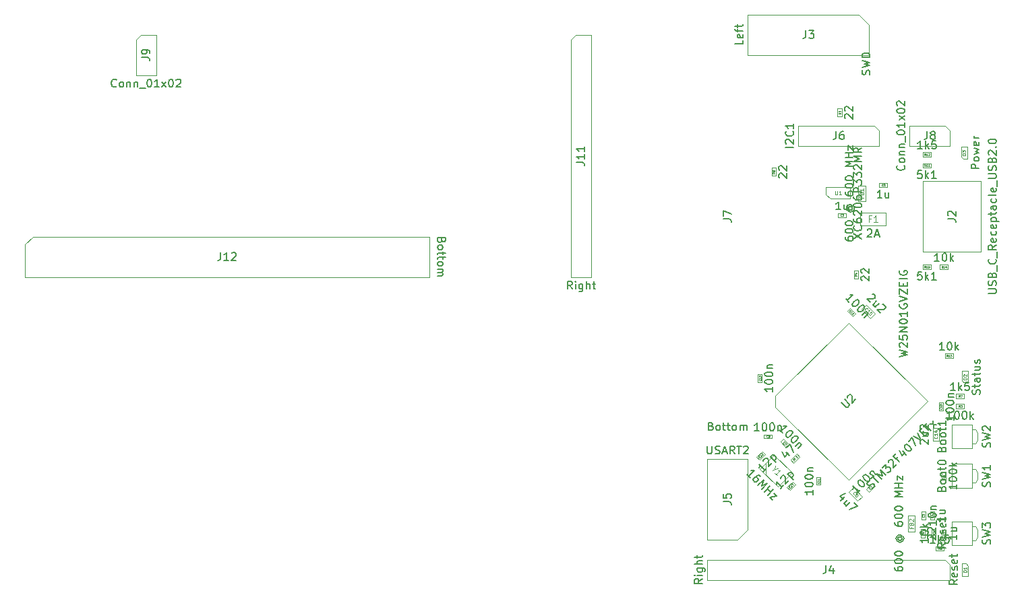
<source format=gbr>
%TF.GenerationSoftware,KiCad,Pcbnew,(5.1.9)-1*%
%TF.CreationDate,2021-03-10T22:07:46+01:00*%
%TF.ProjectId,poly_kb,706f6c79-5f6b-4622-9e6b-696361645f70,rev?*%
%TF.SameCoordinates,Original*%
%TF.FileFunction,Other,Fab,Top*%
%FSLAX46Y46*%
G04 Gerber Fmt 4.6, Leading zero omitted, Abs format (unit mm)*
G04 Created by KiCad (PCBNEW (5.1.9)-1) date 2021-03-10 22:07:46*
%MOMM*%
%LPD*%
G01*
G04 APERTURE LIST*
%ADD10C,0.100000*%
%ADD11C,0.150000*%
%ADD12C,0.040000*%
%ADD13C,0.105000*%
%ADD14C,0.075000*%
%ADD15C,0.080000*%
%ADD16C,0.060000*%
%ADD17C,0.120000*%
G04 APERTURE END LIST*
D10*
%TO.C,J12*%
X441960000Y-191008000D02*
X441960000Y-186928000D01*
X441960000Y-186928000D02*
X442960000Y-185928000D01*
X442960000Y-185928000D02*
X492760000Y-185928000D01*
X492760000Y-185928000D02*
X492760000Y-191008000D01*
X492760000Y-191008000D02*
X441960000Y-191008000D01*
%TO.C,J11*%
X511175000Y-160528000D02*
X513080000Y-160528000D01*
X513080000Y-160528000D02*
X513080000Y-191008000D01*
X513080000Y-191008000D02*
X510540000Y-191008000D01*
X510540000Y-191008000D02*
X510540000Y-161163000D01*
X510540000Y-161163000D02*
X511175000Y-160528000D01*
%TO.C,J9*%
X455930000Y-161163000D02*
X456565000Y-160528000D01*
X455930000Y-165608000D02*
X455930000Y-161163000D01*
X458470000Y-165608000D02*
X455930000Y-165608000D01*
X458470000Y-160528000D02*
X458470000Y-165608000D01*
X456565000Y-160528000D02*
X458470000Y-160528000D01*
%TO.C,J8*%
X558165000Y-172593000D02*
X558165000Y-174498000D01*
X558165000Y-174498000D02*
X553085000Y-174498000D01*
X553085000Y-174498000D02*
X553085000Y-171958000D01*
X553085000Y-171958000D02*
X557530000Y-171958000D01*
X557530000Y-171958000D02*
X558165000Y-172593000D01*
%TO.C,J3*%
X548005000Y-159258000D02*
X548005000Y-163068000D01*
X548005000Y-163068000D02*
X532765000Y-163068000D01*
X532765000Y-163068000D02*
X532765000Y-157988000D01*
X532765000Y-157988000D02*
X546735000Y-157988000D01*
X546735000Y-157988000D02*
X548005000Y-159258000D01*
%TO.C,R12*%
X555794400Y-175320200D02*
X555794400Y-175860200D01*
X555794400Y-175860200D02*
X554744400Y-175860200D01*
X554744400Y-175860200D02*
X554744400Y-175320200D01*
X554744400Y-175320200D02*
X555794400Y-175320200D01*
%TO.C,R7*%
X559960000Y-205724000D02*
X559960000Y-206264000D01*
X559960000Y-206264000D02*
X558910000Y-206264000D01*
X558910000Y-206264000D02*
X558910000Y-205724000D01*
X558910000Y-205724000D02*
X559960000Y-205724000D01*
%TO.C,R6*%
X557420000Y-224901000D02*
X557420000Y-225441000D01*
X557420000Y-225441000D02*
X556370000Y-225441000D01*
X556370000Y-225441000D02*
X556370000Y-224901000D01*
X556370000Y-224901000D02*
X557420000Y-224901000D01*
%TO.C,R3*%
X558910000Y-207534000D02*
X558910000Y-206994000D01*
X558910000Y-206994000D02*
X559960000Y-206994000D01*
X559960000Y-206994000D02*
X559960000Y-207534000D01*
X559960000Y-207534000D02*
X558910000Y-207534000D01*
%TO.C,R1*%
X557673000Y-216552000D02*
X557133000Y-216552000D01*
X557133000Y-216552000D02*
X557133000Y-215502000D01*
X557133000Y-215502000D02*
X557673000Y-215502000D01*
X557673000Y-215502000D02*
X557673000Y-216552000D01*
%TO.C,R13*%
X538146450Y-213997512D02*
X538888912Y-213255050D01*
X538528288Y-214379350D02*
X538146450Y-213997512D01*
X539270750Y-213636888D02*
X538528288Y-214379350D01*
X538888912Y-213255050D02*
X539270750Y-213636888D01*
%TO.C,C16*%
X534946330Y-213310223D02*
X534239223Y-214017330D01*
X534592777Y-212956670D02*
X534946330Y-213310223D01*
X533885670Y-213663777D02*
X534592777Y-212956670D01*
X534239223Y-214017330D02*
X533885670Y-213663777D01*
%TO.C,Y1*%
X536073513Y-213376746D02*
X534305746Y-215144513D01*
X534305746Y-215144513D02*
X536568487Y-217407254D01*
X536568487Y-217407254D02*
X538336254Y-215639487D01*
X538336254Y-215639487D02*
X536073513Y-213376746D01*
X535012852Y-214437406D02*
X535012852Y-215851619D01*
%TO.C,U1*%
X543168800Y-181141600D02*
X545618800Y-181141600D01*
X542598800Y-180591600D02*
X542598800Y-179741600D01*
X543168800Y-181141600D02*
X542598800Y-180591600D01*
X542598800Y-179741600D02*
X545638800Y-179741600D01*
X545638800Y-181141600D02*
X545638800Y-179741600D01*
%TO.C,SW3*%
X560939000Y-222416000D02*
X561339000Y-222416000D01*
X561339000Y-222416000D02*
X561639000Y-222816000D01*
X561639000Y-222816000D02*
X561639000Y-223716000D01*
X561639000Y-223716000D02*
X561339000Y-224116000D01*
X561339000Y-224116000D02*
X560939000Y-224116000D01*
X560939000Y-221766000D02*
X560939000Y-224766000D01*
X560939000Y-224766000D02*
X558439000Y-224766000D01*
X558439000Y-224766000D02*
X558439000Y-221766000D01*
X558439000Y-221766000D02*
X560939000Y-221766000D01*
%TO.C,SW2*%
X560939000Y-210224000D02*
X561339000Y-210224000D01*
X561339000Y-210224000D02*
X561639000Y-210624000D01*
X561639000Y-210624000D02*
X561639000Y-211524000D01*
X561639000Y-211524000D02*
X561339000Y-211924000D01*
X561339000Y-211924000D02*
X560939000Y-211924000D01*
X560939000Y-209574000D02*
X560939000Y-212574000D01*
X560939000Y-212574000D02*
X558439000Y-212574000D01*
X558439000Y-212574000D02*
X558439000Y-209574000D01*
X558439000Y-209574000D02*
X560939000Y-209574000D01*
%TO.C,SW1*%
X560939000Y-215177000D02*
X561339000Y-215177000D01*
X561339000Y-215177000D02*
X561639000Y-215577000D01*
X561639000Y-215577000D02*
X561639000Y-216477000D01*
X561639000Y-216477000D02*
X561339000Y-216877000D01*
X561339000Y-216877000D02*
X560939000Y-216877000D01*
X560939000Y-214527000D02*
X560939000Y-217527000D01*
X560939000Y-217527000D02*
X558439000Y-217527000D01*
X558439000Y-217527000D02*
X558439000Y-214527000D01*
X558439000Y-214527000D02*
X560939000Y-214527000D01*
%TO.C,R4*%
X546649400Y-191228200D02*
X546109400Y-191228200D01*
X546109400Y-191228200D02*
X546109400Y-190178200D01*
X546109400Y-190178200D02*
X546649400Y-190178200D01*
X546649400Y-190178200D02*
X546649400Y-191228200D01*
%TO.C,R15*%
X558561000Y-200644000D02*
X558561000Y-201184000D01*
X558561000Y-201184000D02*
X557511000Y-201184000D01*
X557511000Y-201184000D02*
X557511000Y-200644000D01*
X557511000Y-200644000D02*
X558561000Y-200644000D01*
%TO.C,R14*%
X557928000Y-189468000D02*
X557928000Y-190008000D01*
X557928000Y-190008000D02*
X556878000Y-190008000D01*
X556878000Y-190008000D02*
X556878000Y-189468000D01*
X556878000Y-189468000D02*
X557928000Y-189468000D01*
%TO.C,R11*%
X554719000Y-177257200D02*
X554719000Y-176717200D01*
X554719000Y-176717200D02*
X555769000Y-176717200D01*
X555769000Y-176717200D02*
X555769000Y-177257200D01*
X555769000Y-177257200D02*
X554719000Y-177257200D01*
%TO.C,R2*%
X555863000Y-222741000D02*
X556403000Y-222741000D01*
X556403000Y-222741000D02*
X556403000Y-223791000D01*
X556403000Y-223791000D02*
X555863000Y-223791000D01*
X555863000Y-223791000D02*
X555863000Y-222741000D01*
%TO.C,J5*%
X531495000Y-224028000D02*
X527685000Y-224028000D01*
X527685000Y-224028000D02*
X527685000Y-213868000D01*
X527685000Y-213868000D02*
X532765000Y-213868000D01*
X532765000Y-213868000D02*
X532765000Y-222758000D01*
X532765000Y-222758000D02*
X531495000Y-224028000D01*
%TO.C,J6*%
X549275000Y-172593000D02*
X549275000Y-174498000D01*
X549275000Y-174498000D02*
X539115000Y-174498000D01*
X539115000Y-174498000D02*
X539115000Y-171958000D01*
X539115000Y-171958000D02*
X548640000Y-171958000D01*
X548640000Y-171958000D02*
X549275000Y-172593000D01*
%TO.C,J2*%
X554769000Y-178918000D02*
X562069000Y-178918000D01*
X562069000Y-187858000D02*
X562069000Y-178918000D01*
X554769000Y-187858000D02*
X562069000Y-187858000D01*
X554769000Y-187858000D02*
X554769000Y-178918000D01*
%TO.C,FB1*%
X546640600Y-179492400D02*
X547540600Y-179492400D01*
X547540600Y-179492400D02*
X547540600Y-181492400D01*
X547540600Y-181492400D02*
X546640600Y-181492400D01*
X546640600Y-181492400D02*
X546640600Y-179492400D01*
%TO.C,D3*%
X559543000Y-174587000D02*
X559543000Y-175887000D01*
X559543000Y-175887000D02*
X559843000Y-176187000D01*
X559843000Y-176187000D02*
X560343000Y-176187000D01*
X560343000Y-176187000D02*
X560343000Y-174587000D01*
X560343000Y-174587000D02*
X559543000Y-174587000D01*
%TO.C,D2*%
X559670000Y-202781000D02*
X559670000Y-204081000D01*
X559670000Y-204081000D02*
X559970000Y-204381000D01*
X559970000Y-204381000D02*
X560470000Y-204381000D01*
X560470000Y-204381000D02*
X560470000Y-202781000D01*
X560470000Y-202781000D02*
X559670000Y-202781000D01*
%TO.C,D1*%
X560470000Y-228638000D02*
X560470000Y-227338000D01*
X560470000Y-227338000D02*
X560170000Y-227038000D01*
X560170000Y-227038000D02*
X559670000Y-227038000D01*
X559670000Y-227038000D02*
X559670000Y-228638000D01*
X559670000Y-228638000D02*
X560470000Y-228638000D01*
%TO.C,C1*%
X557653000Y-223766000D02*
X557153000Y-223766000D01*
X557153000Y-223766000D02*
X557153000Y-222766000D01*
X557153000Y-222766000D02*
X557653000Y-222766000D01*
X557653000Y-222766000D02*
X557653000Y-223766000D01*
%TO.C,C3*%
X545101400Y-182985600D02*
X545101400Y-183485600D01*
X545101400Y-183485600D02*
X544101400Y-183485600D01*
X544101400Y-183485600D02*
X544101400Y-182985600D01*
X544101400Y-182985600D02*
X545101400Y-182985600D01*
%TO.C,C2*%
X549283000Y-179701000D02*
X549283000Y-179201000D01*
X549283000Y-179201000D02*
X550283000Y-179201000D01*
X550283000Y-179201000D02*
X550283000Y-179701000D01*
X550283000Y-179701000D02*
X549283000Y-179701000D01*
%TO.C,C15*%
X548751928Y-195634243D02*
X548186243Y-196199928D01*
X548186243Y-196199928D02*
X547054872Y-195068557D01*
X547054872Y-195068557D02*
X547620557Y-194502872D01*
X547620557Y-194502872D02*
X548751928Y-195634243D01*
%TO.C,C14*%
X555987000Y-210020000D02*
X556787000Y-210020000D01*
X556787000Y-210020000D02*
X556787000Y-211620000D01*
X556787000Y-211620000D02*
X555987000Y-211620000D01*
X555987000Y-211620000D02*
X555987000Y-210020000D01*
%TO.C,C13*%
X534539000Y-204233400D02*
X534039000Y-204233400D01*
X534039000Y-204233400D02*
X534039000Y-203233400D01*
X534039000Y-203233400D02*
X534539000Y-203233400D01*
X534539000Y-203233400D02*
X534539000Y-204233400D01*
%TO.C,C12*%
X546300130Y-195629777D02*
X545946577Y-195983330D01*
X545946577Y-195983330D02*
X545239470Y-195276223D01*
X545239470Y-195276223D02*
X545593023Y-194922670D01*
X545593023Y-194922670D02*
X546300130Y-195629777D01*
%TO.C,C5*%
X555062200Y-221505400D02*
X554562200Y-221505400D01*
X554562200Y-221505400D02*
X554562200Y-220505400D01*
X554562200Y-220505400D02*
X555062200Y-220505400D01*
X555062200Y-220505400D02*
X555062200Y-221505400D01*
%TO.C,C4*%
X556205200Y-221505400D02*
X555705200Y-221505400D01*
X555705200Y-221505400D02*
X555705200Y-220505400D01*
X555705200Y-220505400D02*
X556205200Y-220505400D01*
X556205200Y-220505400D02*
X556205200Y-221505400D01*
%TO.C,C11*%
X541405000Y-216162000D02*
X541905000Y-216162000D01*
X541905000Y-216162000D02*
X541905000Y-217162000D01*
X541905000Y-217162000D02*
X541405000Y-217162000D01*
X541405000Y-217162000D02*
X541405000Y-216162000D01*
%TO.C,C10*%
X557272000Y-207814800D02*
X556772000Y-207814800D01*
X556772000Y-207814800D02*
X556772000Y-206814800D01*
X556772000Y-206814800D02*
X557272000Y-206814800D01*
X557272000Y-206814800D02*
X557272000Y-207814800D01*
%TO.C,C9*%
X535805000Y-210824000D02*
X535805000Y-211324000D01*
X535805000Y-211324000D02*
X534805000Y-211324000D01*
X534805000Y-211324000D02*
X534805000Y-210824000D01*
X534805000Y-210824000D02*
X535805000Y-210824000D01*
%TO.C,C8*%
X537952741Y-212098188D02*
X537599188Y-212451741D01*
X537599188Y-212451741D02*
X536892081Y-211744634D01*
X536892081Y-211744634D02*
X537245634Y-211391081D01*
X537245634Y-211391081D02*
X537952741Y-212098188D01*
%TO.C,C7*%
X548359577Y-216969870D02*
X548713130Y-217323423D01*
X548713130Y-217323423D02*
X548006023Y-218030530D01*
X548006023Y-218030530D02*
X547652470Y-217676977D01*
X547652470Y-217676977D02*
X548359577Y-216969870D01*
%TO.C,C6*%
X545440064Y-218040949D02*
X546005749Y-217475264D01*
X546005749Y-217475264D02*
X547137120Y-218606635D01*
X547137120Y-218606635D02*
X546571435Y-219172320D01*
X546571435Y-219172320D02*
X545440064Y-218040949D01*
%TO.C,R10*%
X554717000Y-190008000D02*
X554717000Y-189468000D01*
X554717000Y-189468000D02*
X555767000Y-189468000D01*
X555767000Y-189468000D02*
X555767000Y-190008000D01*
X555767000Y-190008000D02*
X554717000Y-190008000D01*
%TO.C,R9*%
X555006000Y-223791000D02*
X554466000Y-223791000D01*
X554466000Y-223791000D02*
X554466000Y-222741000D01*
X554466000Y-222741000D02*
X555006000Y-222741000D01*
X555006000Y-222741000D02*
X555006000Y-223791000D01*
%TO.C,R8*%
X536311600Y-178299600D02*
X535771600Y-178299600D01*
X535771600Y-178299600D02*
X535771600Y-177249600D01*
X535771600Y-177249600D02*
X536311600Y-177249600D01*
X536311600Y-177249600D02*
X536311600Y-178299600D01*
%TO.C,R5*%
X544566600Y-170832000D02*
X544026600Y-170832000D01*
X544026600Y-170832000D02*
X544026600Y-169782000D01*
X544026600Y-169782000D02*
X544566600Y-169782000D01*
X544566600Y-169782000D02*
X544566600Y-170832000D01*
%TO.C,J4*%
X558165000Y-227203000D02*
X558165000Y-229108000D01*
X558165000Y-229108000D02*
X527685000Y-229108000D01*
X527685000Y-229108000D02*
X527685000Y-226568000D01*
X527685000Y-226568000D02*
X557530000Y-226568000D01*
X557530000Y-226568000D02*
X558165000Y-227203000D01*
%TO.C,FB2*%
X552863600Y-221046800D02*
X553763600Y-221046800D01*
X553763600Y-221046800D02*
X553763600Y-223046800D01*
X553763600Y-223046800D02*
X552863600Y-223046800D01*
X552863600Y-223046800D02*
X552863600Y-221046800D01*
%TO.C,F1*%
X546887600Y-184518200D02*
X546887600Y-182918200D01*
X546887600Y-182918200D02*
X550087600Y-182918200D01*
X550087600Y-182918200D02*
X550087600Y-184518200D01*
X550087600Y-184518200D02*
X546887600Y-184518200D01*
%TO.C,C17*%
X538402777Y-216766670D02*
X538756330Y-217120223D01*
X538756330Y-217120223D02*
X538049223Y-217827330D01*
X538049223Y-217827330D02*
X537695670Y-217473777D01*
X537695670Y-217473777D02*
X538402777Y-216766670D01*
%TO.C,U2*%
X536238657Y-205955848D02*
X545431045Y-196763460D01*
X545431045Y-196763460D02*
X555330540Y-206662955D01*
X555330540Y-206662955D02*
X545431045Y-216562450D01*
X545431045Y-216562450D02*
X536238657Y-207370062D01*
X536238657Y-207370062D02*
X536238657Y-205955848D01*
%TD*%
%TO.C,J12*%
D11*
X494331428Y-186396571D02*
X494283809Y-186539428D01*
X494236190Y-186587047D01*
X494140952Y-186634666D01*
X493998095Y-186634666D01*
X493902857Y-186587047D01*
X493855238Y-186539428D01*
X493807619Y-186444190D01*
X493807619Y-186063238D01*
X494807619Y-186063238D01*
X494807619Y-186396571D01*
X494760000Y-186491809D01*
X494712380Y-186539428D01*
X494617142Y-186587047D01*
X494521904Y-186587047D01*
X494426666Y-186539428D01*
X494379047Y-186491809D01*
X494331428Y-186396571D01*
X494331428Y-186063238D01*
X493807619Y-187206095D02*
X493855238Y-187110857D01*
X493902857Y-187063238D01*
X493998095Y-187015619D01*
X494283809Y-187015619D01*
X494379047Y-187063238D01*
X494426666Y-187110857D01*
X494474285Y-187206095D01*
X494474285Y-187348952D01*
X494426666Y-187444190D01*
X494379047Y-187491809D01*
X494283809Y-187539428D01*
X493998095Y-187539428D01*
X493902857Y-187491809D01*
X493855238Y-187444190D01*
X493807619Y-187348952D01*
X493807619Y-187206095D01*
X494474285Y-187825142D02*
X494474285Y-188206095D01*
X494807619Y-187968000D02*
X493950476Y-187968000D01*
X493855238Y-188015619D01*
X493807619Y-188110857D01*
X493807619Y-188206095D01*
X494474285Y-188396571D02*
X494474285Y-188777523D01*
X494807619Y-188539428D02*
X493950476Y-188539428D01*
X493855238Y-188587047D01*
X493807619Y-188682285D01*
X493807619Y-188777523D01*
X493807619Y-189253714D02*
X493855238Y-189158476D01*
X493902857Y-189110857D01*
X493998095Y-189063238D01*
X494283809Y-189063238D01*
X494379047Y-189110857D01*
X494426666Y-189158476D01*
X494474285Y-189253714D01*
X494474285Y-189396571D01*
X494426666Y-189491809D01*
X494379047Y-189539428D01*
X494283809Y-189587047D01*
X493998095Y-189587047D01*
X493902857Y-189539428D01*
X493855238Y-189491809D01*
X493807619Y-189396571D01*
X493807619Y-189253714D01*
X493807619Y-190015619D02*
X494474285Y-190015619D01*
X494379047Y-190015619D02*
X494426666Y-190063238D01*
X494474285Y-190158476D01*
X494474285Y-190301333D01*
X494426666Y-190396571D01*
X494331428Y-190444190D01*
X493807619Y-190444190D01*
X494331428Y-190444190D02*
X494426666Y-190491809D01*
X494474285Y-190587047D01*
X494474285Y-190729904D01*
X494426666Y-190825142D01*
X494331428Y-190872761D01*
X493807619Y-190872761D01*
X466550476Y-187920380D02*
X466550476Y-188634666D01*
X466502857Y-188777523D01*
X466407619Y-188872761D01*
X466264761Y-188920380D01*
X466169523Y-188920380D01*
X467550476Y-188920380D02*
X466979047Y-188920380D01*
X467264761Y-188920380D02*
X467264761Y-187920380D01*
X467169523Y-188063238D01*
X467074285Y-188158476D01*
X466979047Y-188206095D01*
X467931428Y-188015619D02*
X467979047Y-187968000D01*
X468074285Y-187920380D01*
X468312380Y-187920380D01*
X468407619Y-187968000D01*
X468455238Y-188015619D01*
X468502857Y-188110857D01*
X468502857Y-188206095D01*
X468455238Y-188348952D01*
X467883809Y-188920380D01*
X468502857Y-188920380D01*
%TO.C,J11*%
X510690952Y-192520380D02*
X510357619Y-192044190D01*
X510119523Y-192520380D02*
X510119523Y-191520380D01*
X510500476Y-191520380D01*
X510595714Y-191568000D01*
X510643333Y-191615619D01*
X510690952Y-191710857D01*
X510690952Y-191853714D01*
X510643333Y-191948952D01*
X510595714Y-191996571D01*
X510500476Y-192044190D01*
X510119523Y-192044190D01*
X511119523Y-192520380D02*
X511119523Y-191853714D01*
X511119523Y-191520380D02*
X511071904Y-191568000D01*
X511119523Y-191615619D01*
X511167142Y-191568000D01*
X511119523Y-191520380D01*
X511119523Y-191615619D01*
X512024285Y-191853714D02*
X512024285Y-192663238D01*
X511976666Y-192758476D01*
X511929047Y-192806095D01*
X511833809Y-192853714D01*
X511690952Y-192853714D01*
X511595714Y-192806095D01*
X512024285Y-192472761D02*
X511929047Y-192520380D01*
X511738571Y-192520380D01*
X511643333Y-192472761D01*
X511595714Y-192425142D01*
X511548095Y-192329904D01*
X511548095Y-192044190D01*
X511595714Y-191948952D01*
X511643333Y-191901333D01*
X511738571Y-191853714D01*
X511929047Y-191853714D01*
X512024285Y-191901333D01*
X512500476Y-192520380D02*
X512500476Y-191520380D01*
X512929047Y-192520380D02*
X512929047Y-191996571D01*
X512881428Y-191901333D01*
X512786190Y-191853714D01*
X512643333Y-191853714D01*
X512548095Y-191901333D01*
X512500476Y-191948952D01*
X513262380Y-191853714D02*
X513643333Y-191853714D01*
X513405238Y-191520380D02*
X513405238Y-192377523D01*
X513452857Y-192472761D01*
X513548095Y-192520380D01*
X513643333Y-192520380D01*
X511262380Y-176577523D02*
X511976666Y-176577523D01*
X512119523Y-176625142D01*
X512214761Y-176720380D01*
X512262380Y-176863238D01*
X512262380Y-176958476D01*
X512262380Y-175577523D02*
X512262380Y-176148952D01*
X512262380Y-175863238D02*
X511262380Y-175863238D01*
X511405238Y-175958476D01*
X511500476Y-176053714D01*
X511548095Y-176148952D01*
X512262380Y-174625142D02*
X512262380Y-175196571D01*
X512262380Y-174910857D02*
X511262380Y-174910857D01*
X511405238Y-175006095D01*
X511500476Y-175101333D01*
X511548095Y-175196571D01*
%TO.C,J9*%
X453461904Y-167025142D02*
X453414285Y-167072761D01*
X453271428Y-167120380D01*
X453176190Y-167120380D01*
X453033333Y-167072761D01*
X452938095Y-166977523D01*
X452890476Y-166882285D01*
X452842857Y-166691809D01*
X452842857Y-166548952D01*
X452890476Y-166358476D01*
X452938095Y-166263238D01*
X453033333Y-166168000D01*
X453176190Y-166120380D01*
X453271428Y-166120380D01*
X453414285Y-166168000D01*
X453461904Y-166215619D01*
X454033333Y-167120380D02*
X453938095Y-167072761D01*
X453890476Y-167025142D01*
X453842857Y-166929904D01*
X453842857Y-166644190D01*
X453890476Y-166548952D01*
X453938095Y-166501333D01*
X454033333Y-166453714D01*
X454176190Y-166453714D01*
X454271428Y-166501333D01*
X454319047Y-166548952D01*
X454366666Y-166644190D01*
X454366666Y-166929904D01*
X454319047Y-167025142D01*
X454271428Y-167072761D01*
X454176190Y-167120380D01*
X454033333Y-167120380D01*
X454795238Y-166453714D02*
X454795238Y-167120380D01*
X454795238Y-166548952D02*
X454842857Y-166501333D01*
X454938095Y-166453714D01*
X455080952Y-166453714D01*
X455176190Y-166501333D01*
X455223809Y-166596571D01*
X455223809Y-167120380D01*
X455700000Y-166453714D02*
X455700000Y-167120380D01*
X455700000Y-166548952D02*
X455747619Y-166501333D01*
X455842857Y-166453714D01*
X455985714Y-166453714D01*
X456080952Y-166501333D01*
X456128571Y-166596571D01*
X456128571Y-167120380D01*
X456366666Y-167215619D02*
X457128571Y-167215619D01*
X457557142Y-166120380D02*
X457652380Y-166120380D01*
X457747619Y-166168000D01*
X457795238Y-166215619D01*
X457842857Y-166310857D01*
X457890476Y-166501333D01*
X457890476Y-166739428D01*
X457842857Y-166929904D01*
X457795238Y-167025142D01*
X457747619Y-167072761D01*
X457652380Y-167120380D01*
X457557142Y-167120380D01*
X457461904Y-167072761D01*
X457414285Y-167025142D01*
X457366666Y-166929904D01*
X457319047Y-166739428D01*
X457319047Y-166501333D01*
X457366666Y-166310857D01*
X457414285Y-166215619D01*
X457461904Y-166168000D01*
X457557142Y-166120380D01*
X458842857Y-167120380D02*
X458271428Y-167120380D01*
X458557142Y-167120380D02*
X458557142Y-166120380D01*
X458461904Y-166263238D01*
X458366666Y-166358476D01*
X458271428Y-166406095D01*
X459176190Y-167120380D02*
X459700000Y-166453714D01*
X459176190Y-166453714D02*
X459700000Y-167120380D01*
X460271428Y-166120380D02*
X460366666Y-166120380D01*
X460461904Y-166168000D01*
X460509523Y-166215619D01*
X460557142Y-166310857D01*
X460604761Y-166501333D01*
X460604761Y-166739428D01*
X460557142Y-166929904D01*
X460509523Y-167025142D01*
X460461904Y-167072761D01*
X460366666Y-167120380D01*
X460271428Y-167120380D01*
X460176190Y-167072761D01*
X460128571Y-167025142D01*
X460080952Y-166929904D01*
X460033333Y-166739428D01*
X460033333Y-166501333D01*
X460080952Y-166310857D01*
X460128571Y-166215619D01*
X460176190Y-166168000D01*
X460271428Y-166120380D01*
X460985714Y-166215619D02*
X461033333Y-166168000D01*
X461128571Y-166120380D01*
X461366666Y-166120380D01*
X461461904Y-166168000D01*
X461509523Y-166215619D01*
X461557142Y-166310857D01*
X461557142Y-166406095D01*
X461509523Y-166548952D01*
X460938095Y-167120380D01*
X461557142Y-167120380D01*
X456652380Y-163401333D02*
X457366666Y-163401333D01*
X457509523Y-163448952D01*
X457604761Y-163544190D01*
X457652380Y-163687047D01*
X457652380Y-163782285D01*
X457652380Y-162877523D02*
X457652380Y-162687047D01*
X457604761Y-162591809D01*
X457557142Y-162544190D01*
X457414285Y-162448952D01*
X457223809Y-162401333D01*
X456842857Y-162401333D01*
X456747619Y-162448952D01*
X456700000Y-162496571D01*
X456652380Y-162591809D01*
X456652380Y-162782285D01*
X456700000Y-162877523D01*
X456747619Y-162925142D01*
X456842857Y-162972761D01*
X457080952Y-162972761D01*
X457176190Y-162925142D01*
X457223809Y-162877523D01*
X457271428Y-162782285D01*
X457271428Y-162591809D01*
X457223809Y-162496571D01*
X457176190Y-162448952D01*
X457080952Y-162401333D01*
%TO.C,J8*%
X552382142Y-176966095D02*
X552429761Y-177013714D01*
X552477380Y-177156571D01*
X552477380Y-177251809D01*
X552429761Y-177394666D01*
X552334523Y-177489904D01*
X552239285Y-177537523D01*
X552048809Y-177585142D01*
X551905952Y-177585142D01*
X551715476Y-177537523D01*
X551620238Y-177489904D01*
X551525000Y-177394666D01*
X551477380Y-177251809D01*
X551477380Y-177156571D01*
X551525000Y-177013714D01*
X551572619Y-176966095D01*
X552477380Y-176394666D02*
X552429761Y-176489904D01*
X552382142Y-176537523D01*
X552286904Y-176585142D01*
X552001190Y-176585142D01*
X551905952Y-176537523D01*
X551858333Y-176489904D01*
X551810714Y-176394666D01*
X551810714Y-176251809D01*
X551858333Y-176156571D01*
X551905952Y-176108952D01*
X552001190Y-176061333D01*
X552286904Y-176061333D01*
X552382142Y-176108952D01*
X552429761Y-176156571D01*
X552477380Y-176251809D01*
X552477380Y-176394666D01*
X551810714Y-175632761D02*
X552477380Y-175632761D01*
X551905952Y-175632761D02*
X551858333Y-175585142D01*
X551810714Y-175489904D01*
X551810714Y-175347047D01*
X551858333Y-175251809D01*
X551953571Y-175204190D01*
X552477380Y-175204190D01*
X551810714Y-174728000D02*
X552477380Y-174728000D01*
X551905952Y-174728000D02*
X551858333Y-174680380D01*
X551810714Y-174585142D01*
X551810714Y-174442285D01*
X551858333Y-174347047D01*
X551953571Y-174299428D01*
X552477380Y-174299428D01*
X552572619Y-174061333D02*
X552572619Y-173299428D01*
X551477380Y-172870857D02*
X551477380Y-172775619D01*
X551525000Y-172680380D01*
X551572619Y-172632761D01*
X551667857Y-172585142D01*
X551858333Y-172537523D01*
X552096428Y-172537523D01*
X552286904Y-172585142D01*
X552382142Y-172632761D01*
X552429761Y-172680380D01*
X552477380Y-172775619D01*
X552477380Y-172870857D01*
X552429761Y-172966095D01*
X552382142Y-173013714D01*
X552286904Y-173061333D01*
X552096428Y-173108952D01*
X551858333Y-173108952D01*
X551667857Y-173061333D01*
X551572619Y-173013714D01*
X551525000Y-172966095D01*
X551477380Y-172870857D01*
X552477380Y-171585142D02*
X552477380Y-172156571D01*
X552477380Y-171870857D02*
X551477380Y-171870857D01*
X551620238Y-171966095D01*
X551715476Y-172061333D01*
X551763095Y-172156571D01*
X552477380Y-171251809D02*
X551810714Y-170728000D01*
X551810714Y-171251809D02*
X552477380Y-170728000D01*
X551477380Y-170156571D02*
X551477380Y-170061333D01*
X551525000Y-169966095D01*
X551572619Y-169918476D01*
X551667857Y-169870857D01*
X551858333Y-169823238D01*
X552096428Y-169823238D01*
X552286904Y-169870857D01*
X552382142Y-169918476D01*
X552429761Y-169966095D01*
X552477380Y-170061333D01*
X552477380Y-170156571D01*
X552429761Y-170251809D01*
X552382142Y-170299428D01*
X552286904Y-170347047D01*
X552096428Y-170394666D01*
X551858333Y-170394666D01*
X551667857Y-170347047D01*
X551572619Y-170299428D01*
X551525000Y-170251809D01*
X551477380Y-170156571D01*
X551572619Y-169442285D02*
X551525000Y-169394666D01*
X551477380Y-169299428D01*
X551477380Y-169061333D01*
X551525000Y-168966095D01*
X551572619Y-168918476D01*
X551667857Y-168870857D01*
X551763095Y-168870857D01*
X551905952Y-168918476D01*
X552477380Y-169489904D01*
X552477380Y-168870857D01*
X555291666Y-172680380D02*
X555291666Y-173394666D01*
X555244047Y-173537523D01*
X555148809Y-173632761D01*
X555005952Y-173680380D01*
X554910714Y-173680380D01*
X555910714Y-173108952D02*
X555815476Y-173061333D01*
X555767857Y-173013714D01*
X555720238Y-172918476D01*
X555720238Y-172870857D01*
X555767857Y-172775619D01*
X555815476Y-172728000D01*
X555910714Y-172680380D01*
X556101190Y-172680380D01*
X556196428Y-172728000D01*
X556244047Y-172775619D01*
X556291666Y-172870857D01*
X556291666Y-172918476D01*
X556244047Y-173013714D01*
X556196428Y-173061333D01*
X556101190Y-173108952D01*
X555910714Y-173108952D01*
X555815476Y-173156571D01*
X555767857Y-173204190D01*
X555720238Y-173299428D01*
X555720238Y-173489904D01*
X555767857Y-173585142D01*
X555815476Y-173632761D01*
X555910714Y-173680380D01*
X556101190Y-173680380D01*
X556196428Y-173632761D01*
X556244047Y-173585142D01*
X556291666Y-173489904D01*
X556291666Y-173299428D01*
X556244047Y-173204190D01*
X556196428Y-173156571D01*
X556101190Y-173108952D01*
%TO.C,J3*%
X532157380Y-161218476D02*
X532157380Y-161694666D01*
X531157380Y-161694666D01*
X532109761Y-160504190D02*
X532157380Y-160599428D01*
X532157380Y-160789904D01*
X532109761Y-160885142D01*
X532014523Y-160932761D01*
X531633571Y-160932761D01*
X531538333Y-160885142D01*
X531490714Y-160789904D01*
X531490714Y-160599428D01*
X531538333Y-160504190D01*
X531633571Y-160456571D01*
X531728809Y-160456571D01*
X531824047Y-160932761D01*
X531490714Y-160170857D02*
X531490714Y-159789904D01*
X532157380Y-160028000D02*
X531300238Y-160028000D01*
X531205000Y-159980380D01*
X531157380Y-159885142D01*
X531157380Y-159789904D01*
X531490714Y-159599428D02*
X531490714Y-159218476D01*
X531157380Y-159456571D02*
X532014523Y-159456571D01*
X532109761Y-159408952D01*
X532157380Y-159313714D01*
X532157380Y-159218476D01*
X540051666Y-159980380D02*
X540051666Y-160694666D01*
X540004047Y-160837523D01*
X539908809Y-160932761D01*
X539765952Y-160980380D01*
X539670714Y-160980380D01*
X540432619Y-159980380D02*
X541051666Y-159980380D01*
X540718333Y-160361333D01*
X540861190Y-160361333D01*
X540956428Y-160408952D01*
X541004047Y-160456571D01*
X541051666Y-160551809D01*
X541051666Y-160789904D01*
X541004047Y-160885142D01*
X540956428Y-160932761D01*
X540861190Y-160980380D01*
X540575476Y-160980380D01*
X540480238Y-160932761D01*
X540432619Y-160885142D01*
%TO.C,J1*%
X548054161Y-165542742D02*
X548101780Y-165399885D01*
X548101780Y-165161790D01*
X548054161Y-165066552D01*
X548006542Y-165018933D01*
X547911304Y-164971314D01*
X547816066Y-164971314D01*
X547720828Y-165018933D01*
X547673209Y-165066552D01*
X547625590Y-165161790D01*
X547577971Y-165352266D01*
X547530352Y-165447504D01*
X547482733Y-165495123D01*
X547387495Y-165542742D01*
X547292257Y-165542742D01*
X547197019Y-165495123D01*
X547149400Y-165447504D01*
X547101780Y-165352266D01*
X547101780Y-165114171D01*
X547149400Y-164971314D01*
X547101780Y-164637980D02*
X548101780Y-164399885D01*
X547387495Y-164209409D01*
X548101780Y-164018933D01*
X547101780Y-163780838D01*
X548101780Y-163399885D02*
X547101780Y-163399885D01*
X547101780Y-163161790D01*
X547149400Y-163018933D01*
X547244638Y-162923695D01*
X547339876Y-162876076D01*
X547530352Y-162828457D01*
X547673209Y-162828457D01*
X547863685Y-162876076D01*
X547958923Y-162923695D01*
X548054161Y-163018933D01*
X548101780Y-163161790D01*
X548101780Y-163399885D01*
%TO.C,R12*%
X554674161Y-174872580D02*
X554102733Y-174872580D01*
X554388447Y-174872580D02*
X554388447Y-173872580D01*
X554293209Y-174015438D01*
X554197971Y-174110676D01*
X554102733Y-174158295D01*
X555102733Y-174872580D02*
X555102733Y-173872580D01*
X555197971Y-174491628D02*
X555483685Y-174872580D01*
X555483685Y-174205914D02*
X555102733Y-174586866D01*
X556388447Y-173872580D02*
X555912257Y-173872580D01*
X555864638Y-174348771D01*
X555912257Y-174301152D01*
X556007495Y-174253533D01*
X556245590Y-174253533D01*
X556340828Y-174301152D01*
X556388447Y-174348771D01*
X556436066Y-174444009D01*
X556436066Y-174682104D01*
X556388447Y-174777342D01*
X556340828Y-174824961D01*
X556245590Y-174872580D01*
X556007495Y-174872580D01*
X555912257Y-174824961D01*
X555864638Y-174777342D01*
D12*
X555102257Y-175707819D02*
X555015590Y-175584009D01*
X554953685Y-175707819D02*
X554953685Y-175447819D01*
X555052733Y-175447819D01*
X555077495Y-175460200D01*
X555089876Y-175472580D01*
X555102257Y-175497342D01*
X555102257Y-175534485D01*
X555089876Y-175559247D01*
X555077495Y-175571628D01*
X555052733Y-175584009D01*
X554953685Y-175584009D01*
X555349876Y-175707819D02*
X555201304Y-175707819D01*
X555275590Y-175707819D02*
X555275590Y-175447819D01*
X555250828Y-175484961D01*
X555226066Y-175509723D01*
X555201304Y-175522104D01*
X555448923Y-175472580D02*
X555461304Y-175460200D01*
X555486066Y-175447819D01*
X555547971Y-175447819D01*
X555572733Y-175460200D01*
X555585114Y-175472580D01*
X555597495Y-175497342D01*
X555597495Y-175522104D01*
X555585114Y-175559247D01*
X555436542Y-175707819D01*
X555597495Y-175707819D01*
%TO.C,R7*%
D11*
X558839761Y-205276380D02*
X558268333Y-205276380D01*
X558554047Y-205276380D02*
X558554047Y-204276380D01*
X558458809Y-204419238D01*
X558363571Y-204514476D01*
X558268333Y-204562095D01*
X559268333Y-205276380D02*
X559268333Y-204276380D01*
X559363571Y-204895428D02*
X559649285Y-205276380D01*
X559649285Y-204609714D02*
X559268333Y-204990666D01*
X560554047Y-204276380D02*
X560077857Y-204276380D01*
X560030238Y-204752571D01*
X560077857Y-204704952D01*
X560173095Y-204657333D01*
X560411190Y-204657333D01*
X560506428Y-204704952D01*
X560554047Y-204752571D01*
X560601666Y-204847809D01*
X560601666Y-205085904D01*
X560554047Y-205181142D01*
X560506428Y-205228761D01*
X560411190Y-205276380D01*
X560173095Y-205276380D01*
X560077857Y-205228761D01*
X560030238Y-205181142D01*
D12*
X559391666Y-206111619D02*
X559305000Y-205987809D01*
X559243095Y-206111619D02*
X559243095Y-205851619D01*
X559342142Y-205851619D01*
X559366904Y-205864000D01*
X559379285Y-205876380D01*
X559391666Y-205901142D01*
X559391666Y-205938285D01*
X559379285Y-205963047D01*
X559366904Y-205975428D01*
X559342142Y-205987809D01*
X559243095Y-205987809D01*
X559478333Y-205851619D02*
X559651666Y-205851619D01*
X559540238Y-206111619D01*
%TO.C,R6*%
D11*
X556299761Y-224453380D02*
X555728333Y-224453380D01*
X556014047Y-224453380D02*
X556014047Y-223453380D01*
X555918809Y-223596238D01*
X555823571Y-223691476D01*
X555728333Y-223739095D01*
X556728333Y-224453380D02*
X556728333Y-223453380D01*
X556823571Y-224072428D02*
X557109285Y-224453380D01*
X557109285Y-223786714D02*
X556728333Y-224167666D01*
X558014047Y-223453380D02*
X557537857Y-223453380D01*
X557490238Y-223929571D01*
X557537857Y-223881952D01*
X557633095Y-223834333D01*
X557871190Y-223834333D01*
X557966428Y-223881952D01*
X558014047Y-223929571D01*
X558061666Y-224024809D01*
X558061666Y-224262904D01*
X558014047Y-224358142D01*
X557966428Y-224405761D01*
X557871190Y-224453380D01*
X557633095Y-224453380D01*
X557537857Y-224405761D01*
X557490238Y-224358142D01*
D12*
X556851666Y-225288619D02*
X556765000Y-225164809D01*
X556703095Y-225288619D02*
X556703095Y-225028619D01*
X556802142Y-225028619D01*
X556826904Y-225041000D01*
X556839285Y-225053380D01*
X556851666Y-225078142D01*
X556851666Y-225115285D01*
X556839285Y-225140047D01*
X556826904Y-225152428D01*
X556802142Y-225164809D01*
X556703095Y-225164809D01*
X557074523Y-225028619D02*
X557025000Y-225028619D01*
X557000238Y-225041000D01*
X556987857Y-225053380D01*
X556963095Y-225090523D01*
X556950714Y-225140047D01*
X556950714Y-225239095D01*
X556963095Y-225263857D01*
X556975476Y-225276238D01*
X557000238Y-225288619D01*
X557049761Y-225288619D01*
X557074523Y-225276238D01*
X557086904Y-225263857D01*
X557099285Y-225239095D01*
X557099285Y-225177190D01*
X557086904Y-225152428D01*
X557074523Y-225140047D01*
X557049761Y-225127666D01*
X557000238Y-225127666D01*
X556975476Y-225140047D01*
X556963095Y-225152428D01*
X556950714Y-225177190D01*
%TO.C,R3*%
D11*
X558363571Y-208886380D02*
X557792142Y-208886380D01*
X558077857Y-208886380D02*
X558077857Y-207886380D01*
X557982619Y-208029238D01*
X557887380Y-208124476D01*
X557792142Y-208172095D01*
X558982619Y-207886380D02*
X559077857Y-207886380D01*
X559173095Y-207934000D01*
X559220714Y-207981619D01*
X559268333Y-208076857D01*
X559315952Y-208267333D01*
X559315952Y-208505428D01*
X559268333Y-208695904D01*
X559220714Y-208791142D01*
X559173095Y-208838761D01*
X559077857Y-208886380D01*
X558982619Y-208886380D01*
X558887380Y-208838761D01*
X558839761Y-208791142D01*
X558792142Y-208695904D01*
X558744523Y-208505428D01*
X558744523Y-208267333D01*
X558792142Y-208076857D01*
X558839761Y-207981619D01*
X558887380Y-207934000D01*
X558982619Y-207886380D01*
X559935000Y-207886380D02*
X560030238Y-207886380D01*
X560125476Y-207934000D01*
X560173095Y-207981619D01*
X560220714Y-208076857D01*
X560268333Y-208267333D01*
X560268333Y-208505428D01*
X560220714Y-208695904D01*
X560173095Y-208791142D01*
X560125476Y-208838761D01*
X560030238Y-208886380D01*
X559935000Y-208886380D01*
X559839761Y-208838761D01*
X559792142Y-208791142D01*
X559744523Y-208695904D01*
X559696904Y-208505428D01*
X559696904Y-208267333D01*
X559744523Y-208076857D01*
X559792142Y-207981619D01*
X559839761Y-207934000D01*
X559935000Y-207886380D01*
X560696904Y-208886380D02*
X560696904Y-207886380D01*
X560792142Y-208505428D02*
X561077857Y-208886380D01*
X561077857Y-208219714D02*
X560696904Y-208600666D01*
D12*
X559391666Y-207381619D02*
X559305000Y-207257809D01*
X559243095Y-207381619D02*
X559243095Y-207121619D01*
X559342142Y-207121619D01*
X559366904Y-207134000D01*
X559379285Y-207146380D01*
X559391666Y-207171142D01*
X559391666Y-207208285D01*
X559379285Y-207233047D01*
X559366904Y-207245428D01*
X559342142Y-207257809D01*
X559243095Y-207257809D01*
X559478333Y-207121619D02*
X559639285Y-207121619D01*
X559552619Y-207220666D01*
X559589761Y-207220666D01*
X559614523Y-207233047D01*
X559626904Y-207245428D01*
X559639285Y-207270190D01*
X559639285Y-207332095D01*
X559626904Y-207356857D01*
X559614523Y-207369238D01*
X559589761Y-207381619D01*
X559515476Y-207381619D01*
X559490714Y-207369238D01*
X559478333Y-207356857D01*
%TO.C,R1*%
D11*
X559025380Y-217098428D02*
X559025380Y-217669857D01*
X559025380Y-217384142D02*
X558025380Y-217384142D01*
X558168238Y-217479380D01*
X558263476Y-217574619D01*
X558311095Y-217669857D01*
X558025380Y-216479380D02*
X558025380Y-216384142D01*
X558073000Y-216288904D01*
X558120619Y-216241285D01*
X558215857Y-216193666D01*
X558406333Y-216146047D01*
X558644428Y-216146047D01*
X558834904Y-216193666D01*
X558930142Y-216241285D01*
X558977761Y-216288904D01*
X559025380Y-216384142D01*
X559025380Y-216479380D01*
X558977761Y-216574619D01*
X558930142Y-216622238D01*
X558834904Y-216669857D01*
X558644428Y-216717476D01*
X558406333Y-216717476D01*
X558215857Y-216669857D01*
X558120619Y-216622238D01*
X558073000Y-216574619D01*
X558025380Y-216479380D01*
X558025380Y-215527000D02*
X558025380Y-215431761D01*
X558073000Y-215336523D01*
X558120619Y-215288904D01*
X558215857Y-215241285D01*
X558406333Y-215193666D01*
X558644428Y-215193666D01*
X558834904Y-215241285D01*
X558930142Y-215288904D01*
X558977761Y-215336523D01*
X559025380Y-215431761D01*
X559025380Y-215527000D01*
X558977761Y-215622238D01*
X558930142Y-215669857D01*
X558834904Y-215717476D01*
X558644428Y-215765095D01*
X558406333Y-215765095D01*
X558215857Y-215717476D01*
X558120619Y-215669857D01*
X558073000Y-215622238D01*
X558025380Y-215527000D01*
X559025380Y-214765095D02*
X558025380Y-214765095D01*
X558644428Y-214669857D02*
X559025380Y-214384142D01*
X558358714Y-214384142D02*
X558739666Y-214765095D01*
D12*
X557520619Y-216070333D02*
X557396809Y-216157000D01*
X557520619Y-216218904D02*
X557260619Y-216218904D01*
X557260619Y-216119857D01*
X557273000Y-216095095D01*
X557285380Y-216082714D01*
X557310142Y-216070333D01*
X557347285Y-216070333D01*
X557372047Y-216082714D01*
X557384428Y-216095095D01*
X557396809Y-216119857D01*
X557396809Y-216218904D01*
X557520619Y-215822714D02*
X557520619Y-215971285D01*
X557520619Y-215897000D02*
X557260619Y-215897000D01*
X557297761Y-215921761D01*
X557322523Y-215946523D01*
X557334904Y-215971285D01*
%TO.C,U3*%
D11*
X551793380Y-201032380D02*
X552793380Y-200794285D01*
X552079095Y-200603809D01*
X552793380Y-200413333D01*
X551793380Y-200175238D01*
X551888619Y-199841904D02*
X551841000Y-199794285D01*
X551793380Y-199699047D01*
X551793380Y-199460952D01*
X551841000Y-199365714D01*
X551888619Y-199318095D01*
X551983857Y-199270476D01*
X552079095Y-199270476D01*
X552221952Y-199318095D01*
X552793380Y-199889523D01*
X552793380Y-199270476D01*
X551793380Y-198365714D02*
X551793380Y-198841904D01*
X552269571Y-198889523D01*
X552221952Y-198841904D01*
X552174333Y-198746666D01*
X552174333Y-198508571D01*
X552221952Y-198413333D01*
X552269571Y-198365714D01*
X552364809Y-198318095D01*
X552602904Y-198318095D01*
X552698142Y-198365714D01*
X552745761Y-198413333D01*
X552793380Y-198508571D01*
X552793380Y-198746666D01*
X552745761Y-198841904D01*
X552698142Y-198889523D01*
X552793380Y-197889523D02*
X551793380Y-197889523D01*
X552793380Y-197318095D01*
X551793380Y-197318095D01*
X551793380Y-196651428D02*
X551793380Y-196556190D01*
X551841000Y-196460952D01*
X551888619Y-196413333D01*
X551983857Y-196365714D01*
X552174333Y-196318095D01*
X552412428Y-196318095D01*
X552602904Y-196365714D01*
X552698142Y-196413333D01*
X552745761Y-196460952D01*
X552793380Y-196556190D01*
X552793380Y-196651428D01*
X552745761Y-196746666D01*
X552698142Y-196794285D01*
X552602904Y-196841904D01*
X552412428Y-196889523D01*
X552174333Y-196889523D01*
X551983857Y-196841904D01*
X551888619Y-196794285D01*
X551841000Y-196746666D01*
X551793380Y-196651428D01*
X552793380Y-195365714D02*
X552793380Y-195937142D01*
X552793380Y-195651428D02*
X551793380Y-195651428D01*
X551936238Y-195746666D01*
X552031476Y-195841904D01*
X552079095Y-195937142D01*
X551841000Y-194413333D02*
X551793380Y-194508571D01*
X551793380Y-194651428D01*
X551841000Y-194794285D01*
X551936238Y-194889523D01*
X552031476Y-194937142D01*
X552221952Y-194984761D01*
X552364809Y-194984761D01*
X552555285Y-194937142D01*
X552650523Y-194889523D01*
X552745761Y-194794285D01*
X552793380Y-194651428D01*
X552793380Y-194556190D01*
X552745761Y-194413333D01*
X552698142Y-194365714D01*
X552364809Y-194365714D01*
X552364809Y-194556190D01*
X551793380Y-194080000D02*
X552793380Y-193746666D01*
X551793380Y-193413333D01*
X551793380Y-193175238D02*
X551793380Y-192508571D01*
X552793380Y-193175238D01*
X552793380Y-192508571D01*
X552269571Y-192127619D02*
X552269571Y-191794285D01*
X552793380Y-191651428D02*
X552793380Y-192127619D01*
X551793380Y-192127619D01*
X551793380Y-191651428D01*
X552793380Y-191222857D02*
X551793380Y-191222857D01*
X551841000Y-190222857D02*
X551793380Y-190318095D01*
X551793380Y-190460952D01*
X551841000Y-190603809D01*
X551936238Y-190699047D01*
X552031476Y-190746666D01*
X552221952Y-190794285D01*
X552364809Y-190794285D01*
X552555285Y-190746666D01*
X552650523Y-190699047D01*
X552745761Y-190603809D01*
X552793380Y-190460952D01*
X552793380Y-190365714D01*
X552745761Y-190222857D01*
X552698142Y-190175238D01*
X552364809Y-190175238D01*
X552364809Y-190365714D01*
%TO.C,R13*%
X537527731Y-213040392D02*
X537999136Y-213511797D01*
X537089998Y-212939377D02*
X537426716Y-213612812D01*
X537864449Y-213175079D01*
X537595075Y-212501644D02*
X538066479Y-212030240D01*
X538470540Y-213040392D01*
D12*
X538673581Y-214018557D02*
X538524752Y-213992293D01*
X538568525Y-214123612D02*
X538384677Y-213939765D01*
X538454714Y-213869727D01*
X538480978Y-213860973D01*
X538498488Y-213860973D01*
X538524752Y-213869727D01*
X538551016Y-213895991D01*
X538559770Y-213922255D01*
X538559770Y-213939765D01*
X538551016Y-213966029D01*
X538480978Y-214036066D01*
X538848674Y-213843463D02*
X538743618Y-213948519D01*
X538796146Y-213895991D02*
X538612298Y-213712144D01*
X538621053Y-213755917D01*
X538621053Y-213790936D01*
X538612298Y-213817200D01*
X538726109Y-213598333D02*
X538839919Y-213484523D01*
X538848674Y-213615842D01*
X538874938Y-213589578D01*
X538901202Y-213580824D01*
X538918711Y-213580824D01*
X538944975Y-213589578D01*
X538988748Y-213633352D01*
X538997503Y-213659616D01*
X538997503Y-213677125D01*
X538988748Y-213703389D01*
X538936221Y-213755917D01*
X538909957Y-213764672D01*
X538892447Y-213764672D01*
%TO.C,C16*%
D11*
X535101556Y-215081694D02*
X534697495Y-215485755D01*
X534899526Y-215283724D02*
X534192419Y-214576618D01*
X534226091Y-214744976D01*
X534226091Y-214879663D01*
X534192419Y-214980679D01*
X534731167Y-214172556D02*
X534731167Y-214105213D01*
X534764839Y-214004198D01*
X534933198Y-213835839D01*
X535034213Y-213802167D01*
X535101556Y-213802167D01*
X535202572Y-213835839D01*
X535269915Y-213903182D01*
X535337259Y-214037869D01*
X535337259Y-214845992D01*
X535774992Y-214408259D01*
X535606633Y-213633808D02*
X536313740Y-214340915D01*
X535640305Y-213667480D02*
X535673976Y-213566465D01*
X535808663Y-213431778D01*
X535909679Y-213398106D01*
X535977022Y-213398106D01*
X536078037Y-213431778D01*
X536280068Y-213633808D01*
X536313740Y-213734824D01*
X536313740Y-213802167D01*
X536280068Y-213903182D01*
X536145381Y-214037869D01*
X536044366Y-214071541D01*
D12*
X534365492Y-213663776D02*
X534365492Y-213680612D01*
X534348656Y-213714284D01*
X534331820Y-213731120D01*
X534298148Y-213747956D01*
X534264477Y-213747956D01*
X534239223Y-213739538D01*
X534197133Y-213714284D01*
X534171879Y-213689030D01*
X534146625Y-213646940D01*
X534138208Y-213621687D01*
X534138208Y-213588015D01*
X534155043Y-213554343D01*
X534171879Y-213537507D01*
X534205551Y-213520671D01*
X534222387Y-213520671D01*
X534550687Y-213512253D02*
X534449671Y-213613269D01*
X534500179Y-213562761D02*
X534323402Y-213385984D01*
X534331820Y-213428074D01*
X534331820Y-213461746D01*
X534323402Y-213487000D01*
X534525433Y-213183954D02*
X534491761Y-213217625D01*
X534483343Y-213242879D01*
X534483343Y-213259715D01*
X534491761Y-213301805D01*
X534517015Y-213343895D01*
X534584358Y-213411238D01*
X534609612Y-213419656D01*
X534626448Y-213419656D01*
X534651702Y-213411238D01*
X534685374Y-213377566D01*
X534693791Y-213352312D01*
X534693791Y-213335477D01*
X534685374Y-213310223D01*
X534643284Y-213268133D01*
X534618030Y-213259715D01*
X534601194Y-213259715D01*
X534575940Y-213268133D01*
X534542269Y-213301805D01*
X534533851Y-213327059D01*
X534533851Y-213343895D01*
X534542269Y-213369148D01*
%TO.C,Y1*%
D11*
X533073359Y-216248946D02*
X532669298Y-215844885D01*
X532871328Y-216046915D02*
X533578435Y-215339809D01*
X533410076Y-215373480D01*
X533275389Y-215373480D01*
X533174374Y-215339809D01*
X534386557Y-216147931D02*
X534251870Y-216013244D01*
X534150855Y-215979572D01*
X534083511Y-215979572D01*
X533915152Y-216013244D01*
X533746794Y-216114259D01*
X533477420Y-216383633D01*
X533443748Y-216484648D01*
X533443748Y-216551992D01*
X533477420Y-216653007D01*
X533612107Y-216787694D01*
X533713122Y-216821366D01*
X533780465Y-216821366D01*
X533881481Y-216787694D01*
X534049839Y-216619335D01*
X534083511Y-216518320D01*
X534083511Y-216450976D01*
X534049839Y-216349961D01*
X533915152Y-216215274D01*
X533814137Y-216181602D01*
X533746794Y-216181602D01*
X533645778Y-216215274D01*
X534049839Y-217225427D02*
X534756946Y-216518320D01*
X534487572Y-217259099D01*
X535228351Y-216989724D01*
X534521244Y-217696831D01*
X534857962Y-218033549D02*
X535565068Y-217326442D01*
X535228351Y-217663160D02*
X535632412Y-218067221D01*
X535262023Y-218437610D02*
X535969129Y-217730503D01*
X536002801Y-218235579D02*
X536373190Y-218605969D01*
X535531397Y-218706984D01*
X535901786Y-219077373D01*
D13*
X536097082Y-215144512D02*
X535861380Y-215380214D01*
X536191363Y-214720248D02*
X536097082Y-215144512D01*
X536521346Y-215050231D01*
X536450636Y-215969470D02*
X536167793Y-215686627D01*
X536309214Y-215828049D02*
X536804189Y-215333074D01*
X536686338Y-215356644D01*
X536592057Y-215356644D01*
X536521346Y-215333074D01*
%TO.C,U1*%
D11*
X546071180Y-186179695D02*
X547071180Y-185513028D01*
X546071180Y-185513028D02*
X547071180Y-186179695D01*
X546975942Y-184560647D02*
X547023561Y-184608266D01*
X547071180Y-184751123D01*
X547071180Y-184846361D01*
X547023561Y-184989219D01*
X546928323Y-185084457D01*
X546833085Y-185132076D01*
X546642609Y-185179695D01*
X546499752Y-185179695D01*
X546309276Y-185132076D01*
X546214038Y-185084457D01*
X546118800Y-184989219D01*
X546071180Y-184846361D01*
X546071180Y-184751123D01*
X546118800Y-184608266D01*
X546166419Y-184560647D01*
X546071180Y-183703504D02*
X546071180Y-183893980D01*
X546118800Y-183989219D01*
X546166419Y-184036838D01*
X546309276Y-184132076D01*
X546499752Y-184179695D01*
X546880704Y-184179695D01*
X546975942Y-184132076D01*
X547023561Y-184084457D01*
X547071180Y-183989219D01*
X547071180Y-183798742D01*
X547023561Y-183703504D01*
X546975942Y-183655885D01*
X546880704Y-183608266D01*
X546642609Y-183608266D01*
X546547371Y-183655885D01*
X546499752Y-183703504D01*
X546452133Y-183798742D01*
X546452133Y-183989219D01*
X546499752Y-184084457D01*
X546547371Y-184132076D01*
X546642609Y-184179695D01*
X546166419Y-183227314D02*
X546118800Y-183179695D01*
X546071180Y-183084457D01*
X546071180Y-182846361D01*
X546118800Y-182751123D01*
X546166419Y-182703504D01*
X546261657Y-182655885D01*
X546356895Y-182655885D01*
X546499752Y-182703504D01*
X547071180Y-183274933D01*
X547071180Y-182655885D01*
X546071180Y-182036838D02*
X546071180Y-181941600D01*
X546118800Y-181846361D01*
X546166419Y-181798742D01*
X546261657Y-181751123D01*
X546452133Y-181703504D01*
X546690228Y-181703504D01*
X546880704Y-181751123D01*
X546975942Y-181798742D01*
X547023561Y-181846361D01*
X547071180Y-181941600D01*
X547071180Y-182036838D01*
X547023561Y-182132076D01*
X546975942Y-182179695D01*
X546880704Y-182227314D01*
X546690228Y-182274933D01*
X546452133Y-182274933D01*
X546261657Y-182227314D01*
X546166419Y-182179695D01*
X546118800Y-182132076D01*
X546071180Y-182036838D01*
X546071180Y-180846361D02*
X546071180Y-181036838D01*
X546118800Y-181132076D01*
X546166419Y-181179695D01*
X546309276Y-181274933D01*
X546499752Y-181322552D01*
X546880704Y-181322552D01*
X546975942Y-181274933D01*
X547023561Y-181227314D01*
X547071180Y-181132076D01*
X547071180Y-180941600D01*
X547023561Y-180846361D01*
X546975942Y-180798742D01*
X546880704Y-180751123D01*
X546642609Y-180751123D01*
X546547371Y-180798742D01*
X546499752Y-180846361D01*
X546452133Y-180941600D01*
X546452133Y-181132076D01*
X546499752Y-181227314D01*
X546547371Y-181274933D01*
X546642609Y-181322552D01*
X547071180Y-180322552D02*
X546071180Y-180322552D01*
X546071180Y-179941600D01*
X546118800Y-179846361D01*
X546166419Y-179798742D01*
X546261657Y-179751123D01*
X546404514Y-179751123D01*
X546499752Y-179798742D01*
X546547371Y-179846361D01*
X546594990Y-179941600D01*
X546594990Y-180322552D01*
X546071180Y-179417790D02*
X546071180Y-178798742D01*
X546452133Y-179132076D01*
X546452133Y-178989219D01*
X546499752Y-178893980D01*
X546547371Y-178846361D01*
X546642609Y-178798742D01*
X546880704Y-178798742D01*
X546975942Y-178846361D01*
X547023561Y-178893980D01*
X547071180Y-178989219D01*
X547071180Y-179274933D01*
X547023561Y-179370171D01*
X546975942Y-179417790D01*
X546071180Y-178465409D02*
X546071180Y-177846361D01*
X546452133Y-178179695D01*
X546452133Y-178036838D01*
X546499752Y-177941600D01*
X546547371Y-177893980D01*
X546642609Y-177846361D01*
X546880704Y-177846361D01*
X546975942Y-177893980D01*
X547023561Y-177941600D01*
X547071180Y-178036838D01*
X547071180Y-178322552D01*
X547023561Y-178417790D01*
X546975942Y-178465409D01*
X546166419Y-177465409D02*
X546118800Y-177417790D01*
X546071180Y-177322552D01*
X546071180Y-177084457D01*
X546118800Y-176989219D01*
X546166419Y-176941600D01*
X546261657Y-176893980D01*
X546356895Y-176893980D01*
X546499752Y-176941600D01*
X547071180Y-177513028D01*
X547071180Y-176893980D01*
X547071180Y-176465409D02*
X546071180Y-176465409D01*
X546785466Y-176132076D01*
X546071180Y-175798742D01*
X547071180Y-175798742D01*
X547071180Y-174751123D02*
X546594990Y-175084457D01*
X547071180Y-175322552D02*
X546071180Y-175322552D01*
X546071180Y-174941600D01*
X546118800Y-174846361D01*
X546166419Y-174798742D01*
X546261657Y-174751123D01*
X546404514Y-174751123D01*
X546499752Y-174798742D01*
X546547371Y-174846361D01*
X546594990Y-174941600D01*
X546594990Y-175322552D01*
D14*
X543737847Y-180167790D02*
X543737847Y-180572552D01*
X543761657Y-180620171D01*
X543785466Y-180643980D01*
X543833085Y-180667790D01*
X543928323Y-180667790D01*
X543975942Y-180643980D01*
X543999752Y-180620171D01*
X544023561Y-180572552D01*
X544023561Y-180167790D01*
X544523561Y-180667790D02*
X544237847Y-180667790D01*
X544380704Y-180667790D02*
X544380704Y-180167790D01*
X544333085Y-180239219D01*
X544285466Y-180286838D01*
X544237847Y-180310647D01*
%TO.C,SW3*%
D11*
X557641380Y-224504095D02*
X557165190Y-224837428D01*
X557641380Y-225075523D02*
X556641380Y-225075523D01*
X556641380Y-224694571D01*
X556689000Y-224599333D01*
X556736619Y-224551714D01*
X556831857Y-224504095D01*
X556974714Y-224504095D01*
X557069952Y-224551714D01*
X557117571Y-224599333D01*
X557165190Y-224694571D01*
X557165190Y-225075523D01*
X557593761Y-223694571D02*
X557641380Y-223789809D01*
X557641380Y-223980285D01*
X557593761Y-224075523D01*
X557498523Y-224123142D01*
X557117571Y-224123142D01*
X557022333Y-224075523D01*
X556974714Y-223980285D01*
X556974714Y-223789809D01*
X557022333Y-223694571D01*
X557117571Y-223646952D01*
X557212809Y-223646952D01*
X557308047Y-224123142D01*
X557593761Y-223266000D02*
X557641380Y-223170761D01*
X557641380Y-222980285D01*
X557593761Y-222885047D01*
X557498523Y-222837428D01*
X557450904Y-222837428D01*
X557355666Y-222885047D01*
X557308047Y-222980285D01*
X557308047Y-223123142D01*
X557260428Y-223218380D01*
X557165190Y-223266000D01*
X557117571Y-223266000D01*
X557022333Y-223218380D01*
X556974714Y-223123142D01*
X556974714Y-222980285D01*
X557022333Y-222885047D01*
X557593761Y-222027904D02*
X557641380Y-222123142D01*
X557641380Y-222313619D01*
X557593761Y-222408857D01*
X557498523Y-222456476D01*
X557117571Y-222456476D01*
X557022333Y-222408857D01*
X556974714Y-222313619D01*
X556974714Y-222123142D01*
X557022333Y-222027904D01*
X557117571Y-221980285D01*
X557212809Y-221980285D01*
X557308047Y-222456476D01*
X556974714Y-221694571D02*
X556974714Y-221313619D01*
X556641380Y-221551714D02*
X557498523Y-221551714D01*
X557593761Y-221504095D01*
X557641380Y-221408857D01*
X557641380Y-221313619D01*
X563193761Y-224599333D02*
X563241380Y-224456476D01*
X563241380Y-224218380D01*
X563193761Y-224123142D01*
X563146142Y-224075523D01*
X563050904Y-224027904D01*
X562955666Y-224027904D01*
X562860428Y-224075523D01*
X562812809Y-224123142D01*
X562765190Y-224218380D01*
X562717571Y-224408857D01*
X562669952Y-224504095D01*
X562622333Y-224551714D01*
X562527095Y-224599333D01*
X562431857Y-224599333D01*
X562336619Y-224551714D01*
X562289000Y-224504095D01*
X562241380Y-224408857D01*
X562241380Y-224170761D01*
X562289000Y-224027904D01*
X562241380Y-223694571D02*
X563241380Y-223456476D01*
X562527095Y-223266000D01*
X563241380Y-223075523D01*
X562241380Y-222837428D01*
X562241380Y-222551714D02*
X562241380Y-221932666D01*
X562622333Y-222266000D01*
X562622333Y-222123142D01*
X562669952Y-222027904D01*
X562717571Y-221980285D01*
X562812809Y-221932666D01*
X563050904Y-221932666D01*
X563146142Y-221980285D01*
X563193761Y-222027904D01*
X563241380Y-222123142D01*
X563241380Y-222408857D01*
X563193761Y-222504095D01*
X563146142Y-222551714D01*
%TO.C,SW2*%
X557117571Y-212669238D02*
X557165190Y-212526380D01*
X557212809Y-212478761D01*
X557308047Y-212431142D01*
X557450904Y-212431142D01*
X557546142Y-212478761D01*
X557593761Y-212526380D01*
X557641380Y-212621619D01*
X557641380Y-213002571D01*
X556641380Y-213002571D01*
X556641380Y-212669238D01*
X556689000Y-212574000D01*
X556736619Y-212526380D01*
X556831857Y-212478761D01*
X556927095Y-212478761D01*
X557022333Y-212526380D01*
X557069952Y-212574000D01*
X557117571Y-212669238D01*
X557117571Y-213002571D01*
X557641380Y-211859714D02*
X557593761Y-211954952D01*
X557546142Y-212002571D01*
X557450904Y-212050190D01*
X557165190Y-212050190D01*
X557069952Y-212002571D01*
X557022333Y-211954952D01*
X556974714Y-211859714D01*
X556974714Y-211716857D01*
X557022333Y-211621619D01*
X557069952Y-211574000D01*
X557165190Y-211526380D01*
X557450904Y-211526380D01*
X557546142Y-211574000D01*
X557593761Y-211621619D01*
X557641380Y-211716857D01*
X557641380Y-211859714D01*
X557641380Y-210954952D02*
X557593761Y-211050190D01*
X557546142Y-211097809D01*
X557450904Y-211145428D01*
X557165190Y-211145428D01*
X557069952Y-211097809D01*
X557022333Y-211050190D01*
X556974714Y-210954952D01*
X556974714Y-210812095D01*
X557022333Y-210716857D01*
X557069952Y-210669238D01*
X557165190Y-210621619D01*
X557450904Y-210621619D01*
X557546142Y-210669238D01*
X557593761Y-210716857D01*
X557641380Y-210812095D01*
X557641380Y-210954952D01*
X556974714Y-210335904D02*
X556974714Y-209954952D01*
X556641380Y-210193047D02*
X557498523Y-210193047D01*
X557593761Y-210145428D01*
X557641380Y-210050190D01*
X557641380Y-209954952D01*
X557641380Y-209097809D02*
X557641380Y-209669238D01*
X557641380Y-209383523D02*
X556641380Y-209383523D01*
X556784238Y-209478761D01*
X556879476Y-209574000D01*
X556927095Y-209669238D01*
X563193761Y-212407333D02*
X563241380Y-212264476D01*
X563241380Y-212026380D01*
X563193761Y-211931142D01*
X563146142Y-211883523D01*
X563050904Y-211835904D01*
X562955666Y-211835904D01*
X562860428Y-211883523D01*
X562812809Y-211931142D01*
X562765190Y-212026380D01*
X562717571Y-212216857D01*
X562669952Y-212312095D01*
X562622333Y-212359714D01*
X562527095Y-212407333D01*
X562431857Y-212407333D01*
X562336619Y-212359714D01*
X562289000Y-212312095D01*
X562241380Y-212216857D01*
X562241380Y-211978761D01*
X562289000Y-211835904D01*
X562241380Y-211502571D02*
X563241380Y-211264476D01*
X562527095Y-211074000D01*
X563241380Y-210883523D01*
X562241380Y-210645428D01*
X562336619Y-210312095D02*
X562289000Y-210264476D01*
X562241380Y-210169238D01*
X562241380Y-209931142D01*
X562289000Y-209835904D01*
X562336619Y-209788285D01*
X562431857Y-209740666D01*
X562527095Y-209740666D01*
X562669952Y-209788285D01*
X563241380Y-210359714D01*
X563241380Y-209740666D01*
%TO.C,SW1*%
X557117571Y-217622238D02*
X557165190Y-217479380D01*
X557212809Y-217431761D01*
X557308047Y-217384142D01*
X557450904Y-217384142D01*
X557546142Y-217431761D01*
X557593761Y-217479380D01*
X557641380Y-217574619D01*
X557641380Y-217955571D01*
X556641380Y-217955571D01*
X556641380Y-217622238D01*
X556689000Y-217527000D01*
X556736619Y-217479380D01*
X556831857Y-217431761D01*
X556927095Y-217431761D01*
X557022333Y-217479380D01*
X557069952Y-217527000D01*
X557117571Y-217622238D01*
X557117571Y-217955571D01*
X557641380Y-216812714D02*
X557593761Y-216907952D01*
X557546142Y-216955571D01*
X557450904Y-217003190D01*
X557165190Y-217003190D01*
X557069952Y-216955571D01*
X557022333Y-216907952D01*
X556974714Y-216812714D01*
X556974714Y-216669857D01*
X557022333Y-216574619D01*
X557069952Y-216527000D01*
X557165190Y-216479380D01*
X557450904Y-216479380D01*
X557546142Y-216527000D01*
X557593761Y-216574619D01*
X557641380Y-216669857D01*
X557641380Y-216812714D01*
X557641380Y-215907952D02*
X557593761Y-216003190D01*
X557546142Y-216050809D01*
X557450904Y-216098428D01*
X557165190Y-216098428D01*
X557069952Y-216050809D01*
X557022333Y-216003190D01*
X556974714Y-215907952D01*
X556974714Y-215765095D01*
X557022333Y-215669857D01*
X557069952Y-215622238D01*
X557165190Y-215574619D01*
X557450904Y-215574619D01*
X557546142Y-215622238D01*
X557593761Y-215669857D01*
X557641380Y-215765095D01*
X557641380Y-215907952D01*
X556974714Y-215288904D02*
X556974714Y-214907952D01*
X556641380Y-215146047D02*
X557498523Y-215146047D01*
X557593761Y-215098428D01*
X557641380Y-215003190D01*
X557641380Y-214907952D01*
X556641380Y-214384142D02*
X556641380Y-214288904D01*
X556689000Y-214193666D01*
X556736619Y-214146047D01*
X556831857Y-214098428D01*
X557022333Y-214050809D01*
X557260428Y-214050809D01*
X557450904Y-214098428D01*
X557546142Y-214146047D01*
X557593761Y-214193666D01*
X557641380Y-214288904D01*
X557641380Y-214384142D01*
X557593761Y-214479380D01*
X557546142Y-214527000D01*
X557450904Y-214574619D01*
X557260428Y-214622238D01*
X557022333Y-214622238D01*
X556831857Y-214574619D01*
X556736619Y-214527000D01*
X556689000Y-214479380D01*
X556641380Y-214384142D01*
X563193761Y-217360333D02*
X563241380Y-217217476D01*
X563241380Y-216979380D01*
X563193761Y-216884142D01*
X563146142Y-216836523D01*
X563050904Y-216788904D01*
X562955666Y-216788904D01*
X562860428Y-216836523D01*
X562812809Y-216884142D01*
X562765190Y-216979380D01*
X562717571Y-217169857D01*
X562669952Y-217265095D01*
X562622333Y-217312714D01*
X562527095Y-217360333D01*
X562431857Y-217360333D01*
X562336619Y-217312714D01*
X562289000Y-217265095D01*
X562241380Y-217169857D01*
X562241380Y-216931761D01*
X562289000Y-216788904D01*
X562241380Y-216455571D02*
X563241380Y-216217476D01*
X562527095Y-216027000D01*
X563241380Y-215836523D01*
X562241380Y-215598428D01*
X563241380Y-214693666D02*
X563241380Y-215265095D01*
X563241380Y-214979380D02*
X562241380Y-214979380D01*
X562384238Y-215074619D01*
X562479476Y-215169857D01*
X562527095Y-215265095D01*
%TO.C,R4*%
X547097019Y-191465104D02*
X547049400Y-191417485D01*
X547001780Y-191322247D01*
X547001780Y-191084152D01*
X547049400Y-190988914D01*
X547097019Y-190941295D01*
X547192257Y-190893676D01*
X547287495Y-190893676D01*
X547430352Y-190941295D01*
X548001780Y-191512723D01*
X548001780Y-190893676D01*
X547097019Y-190512723D02*
X547049400Y-190465104D01*
X547001780Y-190369866D01*
X547001780Y-190131771D01*
X547049400Y-190036533D01*
X547097019Y-189988914D01*
X547192257Y-189941295D01*
X547287495Y-189941295D01*
X547430352Y-189988914D01*
X548001780Y-190560342D01*
X548001780Y-189941295D01*
D12*
X546497019Y-190746533D02*
X546373209Y-190833200D01*
X546497019Y-190895104D02*
X546237019Y-190895104D01*
X546237019Y-190796057D01*
X546249400Y-190771295D01*
X546261780Y-190758914D01*
X546286542Y-190746533D01*
X546323685Y-190746533D01*
X546348447Y-190758914D01*
X546360828Y-190771295D01*
X546373209Y-190796057D01*
X546373209Y-190895104D01*
X546323685Y-190523676D02*
X546497019Y-190523676D01*
X546224638Y-190585580D02*
X546410352Y-190647485D01*
X546410352Y-190486533D01*
%TO.C,R15*%
D11*
X557440761Y-200196380D02*
X556869333Y-200196380D01*
X557155047Y-200196380D02*
X557155047Y-199196380D01*
X557059809Y-199339238D01*
X556964571Y-199434476D01*
X556869333Y-199482095D01*
X558059809Y-199196380D02*
X558155047Y-199196380D01*
X558250285Y-199244000D01*
X558297904Y-199291619D01*
X558345523Y-199386857D01*
X558393142Y-199577333D01*
X558393142Y-199815428D01*
X558345523Y-200005904D01*
X558297904Y-200101142D01*
X558250285Y-200148761D01*
X558155047Y-200196380D01*
X558059809Y-200196380D01*
X557964571Y-200148761D01*
X557916952Y-200101142D01*
X557869333Y-200005904D01*
X557821714Y-199815428D01*
X557821714Y-199577333D01*
X557869333Y-199386857D01*
X557916952Y-199291619D01*
X557964571Y-199244000D01*
X558059809Y-199196380D01*
X558821714Y-200196380D02*
X558821714Y-199196380D01*
X558916952Y-199815428D02*
X559202666Y-200196380D01*
X559202666Y-199529714D02*
X558821714Y-199910666D01*
D12*
X557868857Y-201031619D02*
X557782190Y-200907809D01*
X557720285Y-201031619D02*
X557720285Y-200771619D01*
X557819333Y-200771619D01*
X557844095Y-200784000D01*
X557856476Y-200796380D01*
X557868857Y-200821142D01*
X557868857Y-200858285D01*
X557856476Y-200883047D01*
X557844095Y-200895428D01*
X557819333Y-200907809D01*
X557720285Y-200907809D01*
X558116476Y-201031619D02*
X557967904Y-201031619D01*
X558042190Y-201031619D02*
X558042190Y-200771619D01*
X558017428Y-200808761D01*
X557992666Y-200833523D01*
X557967904Y-200845904D01*
X558351714Y-200771619D02*
X558227904Y-200771619D01*
X558215523Y-200895428D01*
X558227904Y-200883047D01*
X558252666Y-200870666D01*
X558314571Y-200870666D01*
X558339333Y-200883047D01*
X558351714Y-200895428D01*
X558364095Y-200920190D01*
X558364095Y-200982095D01*
X558351714Y-201006857D01*
X558339333Y-201019238D01*
X558314571Y-201031619D01*
X558252666Y-201031619D01*
X558227904Y-201019238D01*
X558215523Y-201006857D01*
%TO.C,R14*%
D11*
X556807761Y-189020380D02*
X556236333Y-189020380D01*
X556522047Y-189020380D02*
X556522047Y-188020380D01*
X556426809Y-188163238D01*
X556331571Y-188258476D01*
X556236333Y-188306095D01*
X557426809Y-188020380D02*
X557522047Y-188020380D01*
X557617285Y-188068000D01*
X557664904Y-188115619D01*
X557712523Y-188210857D01*
X557760142Y-188401333D01*
X557760142Y-188639428D01*
X557712523Y-188829904D01*
X557664904Y-188925142D01*
X557617285Y-188972761D01*
X557522047Y-189020380D01*
X557426809Y-189020380D01*
X557331571Y-188972761D01*
X557283952Y-188925142D01*
X557236333Y-188829904D01*
X557188714Y-188639428D01*
X557188714Y-188401333D01*
X557236333Y-188210857D01*
X557283952Y-188115619D01*
X557331571Y-188068000D01*
X557426809Y-188020380D01*
X558188714Y-189020380D02*
X558188714Y-188020380D01*
X558283952Y-188639428D02*
X558569666Y-189020380D01*
X558569666Y-188353714D02*
X558188714Y-188734666D01*
D12*
X557235857Y-189855619D02*
X557149190Y-189731809D01*
X557087285Y-189855619D02*
X557087285Y-189595619D01*
X557186333Y-189595619D01*
X557211095Y-189608000D01*
X557223476Y-189620380D01*
X557235857Y-189645142D01*
X557235857Y-189682285D01*
X557223476Y-189707047D01*
X557211095Y-189719428D01*
X557186333Y-189731809D01*
X557087285Y-189731809D01*
X557483476Y-189855619D02*
X557334904Y-189855619D01*
X557409190Y-189855619D02*
X557409190Y-189595619D01*
X557384428Y-189632761D01*
X557359666Y-189657523D01*
X557334904Y-189669904D01*
X557706333Y-189682285D02*
X557706333Y-189855619D01*
X557644428Y-189583238D02*
X557582523Y-189768952D01*
X557743476Y-189768952D01*
%TO.C,R11*%
D11*
X554601142Y-177609580D02*
X554124952Y-177609580D01*
X554077333Y-178085771D01*
X554124952Y-178038152D01*
X554220190Y-177990533D01*
X554458285Y-177990533D01*
X554553523Y-178038152D01*
X554601142Y-178085771D01*
X554648761Y-178181009D01*
X554648761Y-178419104D01*
X554601142Y-178514342D01*
X554553523Y-178561961D01*
X554458285Y-178609580D01*
X554220190Y-178609580D01*
X554124952Y-178561961D01*
X554077333Y-178514342D01*
X555077333Y-178609580D02*
X555077333Y-177609580D01*
X555172571Y-178228628D02*
X555458285Y-178609580D01*
X555458285Y-177942914D02*
X555077333Y-178323866D01*
X556410666Y-178609580D02*
X555839238Y-178609580D01*
X556124952Y-178609580D02*
X556124952Y-177609580D01*
X556029714Y-177752438D01*
X555934476Y-177847676D01*
X555839238Y-177895295D01*
D12*
X555076857Y-177104819D02*
X554990190Y-176981009D01*
X554928285Y-177104819D02*
X554928285Y-176844819D01*
X555027333Y-176844819D01*
X555052095Y-176857200D01*
X555064476Y-176869580D01*
X555076857Y-176894342D01*
X555076857Y-176931485D01*
X555064476Y-176956247D01*
X555052095Y-176968628D01*
X555027333Y-176981009D01*
X554928285Y-176981009D01*
X555324476Y-177104819D02*
X555175904Y-177104819D01*
X555250190Y-177104819D02*
X555250190Y-176844819D01*
X555225428Y-176881961D01*
X555200666Y-176906723D01*
X555175904Y-176919104D01*
X555572095Y-177104819D02*
X555423523Y-177104819D01*
X555497809Y-177104819D02*
X555497809Y-176844819D01*
X555473047Y-176881961D01*
X555448285Y-176906723D01*
X555423523Y-176919104D01*
%TO.C,R2*%
D11*
X555415380Y-223861238D02*
X555415380Y-224432666D01*
X555415380Y-224146952D02*
X554415380Y-224146952D01*
X554558238Y-224242190D01*
X554653476Y-224337428D01*
X554701095Y-224432666D01*
X554415380Y-223242190D02*
X554415380Y-223146952D01*
X554463000Y-223051714D01*
X554510619Y-223004095D01*
X554605857Y-222956476D01*
X554796333Y-222908857D01*
X555034428Y-222908857D01*
X555224904Y-222956476D01*
X555320142Y-223004095D01*
X555367761Y-223051714D01*
X555415380Y-223146952D01*
X555415380Y-223242190D01*
X555367761Y-223337428D01*
X555320142Y-223385047D01*
X555224904Y-223432666D01*
X555034428Y-223480285D01*
X554796333Y-223480285D01*
X554605857Y-223432666D01*
X554510619Y-223385047D01*
X554463000Y-223337428D01*
X554415380Y-223242190D01*
X555415380Y-222480285D02*
X554415380Y-222480285D01*
X555034428Y-222385047D02*
X555415380Y-222099333D01*
X554748714Y-222099333D02*
X555129666Y-222480285D01*
D12*
X556250619Y-223309333D02*
X556126809Y-223396000D01*
X556250619Y-223457904D02*
X555990619Y-223457904D01*
X555990619Y-223358857D01*
X556003000Y-223334095D01*
X556015380Y-223321714D01*
X556040142Y-223309333D01*
X556077285Y-223309333D01*
X556102047Y-223321714D01*
X556114428Y-223334095D01*
X556126809Y-223358857D01*
X556126809Y-223457904D01*
X556015380Y-223210285D02*
X556003000Y-223197904D01*
X555990619Y-223173142D01*
X555990619Y-223111238D01*
X556003000Y-223086476D01*
X556015380Y-223074095D01*
X556040142Y-223061714D01*
X556064904Y-223061714D01*
X556102047Y-223074095D01*
X556250619Y-223222666D01*
X556250619Y-223061714D01*
%TO.C,J5*%
D11*
X527677380Y-212260380D02*
X527677380Y-213069904D01*
X527725000Y-213165142D01*
X527772619Y-213212761D01*
X527867857Y-213260380D01*
X528058333Y-213260380D01*
X528153571Y-213212761D01*
X528201190Y-213165142D01*
X528248809Y-213069904D01*
X528248809Y-212260380D01*
X528677380Y-213212761D02*
X528820238Y-213260380D01*
X529058333Y-213260380D01*
X529153571Y-213212761D01*
X529201190Y-213165142D01*
X529248809Y-213069904D01*
X529248809Y-212974666D01*
X529201190Y-212879428D01*
X529153571Y-212831809D01*
X529058333Y-212784190D01*
X528867857Y-212736571D01*
X528772619Y-212688952D01*
X528725000Y-212641333D01*
X528677380Y-212546095D01*
X528677380Y-212450857D01*
X528725000Y-212355619D01*
X528772619Y-212308000D01*
X528867857Y-212260380D01*
X529105952Y-212260380D01*
X529248809Y-212308000D01*
X529629761Y-212974666D02*
X530105952Y-212974666D01*
X529534523Y-213260380D02*
X529867857Y-212260380D01*
X530201190Y-213260380D01*
X531105952Y-213260380D02*
X530772619Y-212784190D01*
X530534523Y-213260380D02*
X530534523Y-212260380D01*
X530915476Y-212260380D01*
X531010714Y-212308000D01*
X531058333Y-212355619D01*
X531105952Y-212450857D01*
X531105952Y-212593714D01*
X531058333Y-212688952D01*
X531010714Y-212736571D01*
X530915476Y-212784190D01*
X530534523Y-212784190D01*
X531391666Y-212260380D02*
X531963095Y-212260380D01*
X531677380Y-213260380D02*
X531677380Y-212260380D01*
X532248809Y-212355619D02*
X532296428Y-212308000D01*
X532391666Y-212260380D01*
X532629761Y-212260380D01*
X532725000Y-212308000D01*
X532772619Y-212355619D01*
X532820238Y-212450857D01*
X532820238Y-212546095D01*
X532772619Y-212688952D01*
X532201190Y-213260380D01*
X532820238Y-213260380D01*
X529677380Y-219281333D02*
X530391666Y-219281333D01*
X530534523Y-219328952D01*
X530629761Y-219424190D01*
X530677380Y-219567047D01*
X530677380Y-219662285D01*
X529677380Y-218328952D02*
X529677380Y-218805142D01*
X530153571Y-218852761D01*
X530105952Y-218805142D01*
X530058333Y-218709904D01*
X530058333Y-218471809D01*
X530105952Y-218376571D01*
X530153571Y-218328952D01*
X530248809Y-218281333D01*
X530486904Y-218281333D01*
X530582142Y-218328952D01*
X530629761Y-218376571D01*
X530677380Y-218471809D01*
X530677380Y-218709904D01*
X530629761Y-218805142D01*
X530582142Y-218852761D01*
%TO.C,J6*%
X538507380Y-174680380D02*
X537507380Y-174680380D01*
X537602619Y-174251809D02*
X537555000Y-174204190D01*
X537507380Y-174108952D01*
X537507380Y-173870857D01*
X537555000Y-173775619D01*
X537602619Y-173728000D01*
X537697857Y-173680380D01*
X537793095Y-173680380D01*
X537935952Y-173728000D01*
X538507380Y-174299428D01*
X538507380Y-173680380D01*
X538412142Y-172680380D02*
X538459761Y-172728000D01*
X538507380Y-172870857D01*
X538507380Y-172966095D01*
X538459761Y-173108952D01*
X538364523Y-173204190D01*
X538269285Y-173251809D01*
X538078809Y-173299428D01*
X537935952Y-173299428D01*
X537745476Y-173251809D01*
X537650238Y-173204190D01*
X537555000Y-173108952D01*
X537507380Y-172966095D01*
X537507380Y-172870857D01*
X537555000Y-172728000D01*
X537602619Y-172680380D01*
X538507380Y-171728000D02*
X538507380Y-172299428D01*
X538507380Y-172013714D02*
X537507380Y-172013714D01*
X537650238Y-172108952D01*
X537745476Y-172204190D01*
X537793095Y-172299428D01*
X543861666Y-172680380D02*
X543861666Y-173394666D01*
X543814047Y-173537523D01*
X543718809Y-173632761D01*
X543575952Y-173680380D01*
X543480714Y-173680380D01*
X544766428Y-172680380D02*
X544575952Y-172680380D01*
X544480714Y-172728000D01*
X544433095Y-172775619D01*
X544337857Y-172918476D01*
X544290238Y-173108952D01*
X544290238Y-173489904D01*
X544337857Y-173585142D01*
X544385476Y-173632761D01*
X544480714Y-173680380D01*
X544671190Y-173680380D01*
X544766428Y-173632761D01*
X544814047Y-173585142D01*
X544861666Y-173489904D01*
X544861666Y-173251809D01*
X544814047Y-173156571D01*
X544766428Y-173108952D01*
X544671190Y-173061333D01*
X544480714Y-173061333D01*
X544385476Y-173108952D01*
X544337857Y-173156571D01*
X544290238Y-173251809D01*
%TO.C,J2*%
X562971380Y-193078476D02*
X563780904Y-193078476D01*
X563876142Y-193030857D01*
X563923761Y-192983238D01*
X563971380Y-192888000D01*
X563971380Y-192697523D01*
X563923761Y-192602285D01*
X563876142Y-192554666D01*
X563780904Y-192507047D01*
X562971380Y-192507047D01*
X563923761Y-192078476D02*
X563971380Y-191935619D01*
X563971380Y-191697523D01*
X563923761Y-191602285D01*
X563876142Y-191554666D01*
X563780904Y-191507047D01*
X563685666Y-191507047D01*
X563590428Y-191554666D01*
X563542809Y-191602285D01*
X563495190Y-191697523D01*
X563447571Y-191888000D01*
X563399952Y-191983238D01*
X563352333Y-192030857D01*
X563257095Y-192078476D01*
X563161857Y-192078476D01*
X563066619Y-192030857D01*
X563019000Y-191983238D01*
X562971380Y-191888000D01*
X562971380Y-191649904D01*
X563019000Y-191507047D01*
X563447571Y-190745142D02*
X563495190Y-190602285D01*
X563542809Y-190554666D01*
X563638047Y-190507047D01*
X563780904Y-190507047D01*
X563876142Y-190554666D01*
X563923761Y-190602285D01*
X563971380Y-190697523D01*
X563971380Y-191078476D01*
X562971380Y-191078476D01*
X562971380Y-190745142D01*
X563019000Y-190649904D01*
X563066619Y-190602285D01*
X563161857Y-190554666D01*
X563257095Y-190554666D01*
X563352333Y-190602285D01*
X563399952Y-190649904D01*
X563447571Y-190745142D01*
X563447571Y-191078476D01*
X564066619Y-190316571D02*
X564066619Y-189554666D01*
X563876142Y-188745142D02*
X563923761Y-188792761D01*
X563971380Y-188935619D01*
X563971380Y-189030857D01*
X563923761Y-189173714D01*
X563828523Y-189268952D01*
X563733285Y-189316571D01*
X563542809Y-189364190D01*
X563399952Y-189364190D01*
X563209476Y-189316571D01*
X563114238Y-189268952D01*
X563019000Y-189173714D01*
X562971380Y-189030857D01*
X562971380Y-188935619D01*
X563019000Y-188792761D01*
X563066619Y-188745142D01*
X564066619Y-188554666D02*
X564066619Y-187792761D01*
X563971380Y-186983238D02*
X563495190Y-187316571D01*
X563971380Y-187554666D02*
X562971380Y-187554666D01*
X562971380Y-187173714D01*
X563019000Y-187078476D01*
X563066619Y-187030857D01*
X563161857Y-186983238D01*
X563304714Y-186983238D01*
X563399952Y-187030857D01*
X563447571Y-187078476D01*
X563495190Y-187173714D01*
X563495190Y-187554666D01*
X563923761Y-186173714D02*
X563971380Y-186268952D01*
X563971380Y-186459428D01*
X563923761Y-186554666D01*
X563828523Y-186602285D01*
X563447571Y-186602285D01*
X563352333Y-186554666D01*
X563304714Y-186459428D01*
X563304714Y-186268952D01*
X563352333Y-186173714D01*
X563447571Y-186126095D01*
X563542809Y-186126095D01*
X563638047Y-186602285D01*
X563923761Y-185268952D02*
X563971380Y-185364190D01*
X563971380Y-185554666D01*
X563923761Y-185649904D01*
X563876142Y-185697523D01*
X563780904Y-185745142D01*
X563495190Y-185745142D01*
X563399952Y-185697523D01*
X563352333Y-185649904D01*
X563304714Y-185554666D01*
X563304714Y-185364190D01*
X563352333Y-185268952D01*
X563923761Y-184459428D02*
X563971380Y-184554666D01*
X563971380Y-184745142D01*
X563923761Y-184840380D01*
X563828523Y-184888000D01*
X563447571Y-184888000D01*
X563352333Y-184840380D01*
X563304714Y-184745142D01*
X563304714Y-184554666D01*
X563352333Y-184459428D01*
X563447571Y-184411809D01*
X563542809Y-184411809D01*
X563638047Y-184888000D01*
X563304714Y-183983238D02*
X564304714Y-183983238D01*
X563352333Y-183983238D02*
X563304714Y-183888000D01*
X563304714Y-183697523D01*
X563352333Y-183602285D01*
X563399952Y-183554666D01*
X563495190Y-183507047D01*
X563780904Y-183507047D01*
X563876142Y-183554666D01*
X563923761Y-183602285D01*
X563971380Y-183697523D01*
X563971380Y-183888000D01*
X563923761Y-183983238D01*
X563304714Y-183221333D02*
X563304714Y-182840380D01*
X562971380Y-183078476D02*
X563828523Y-183078476D01*
X563923761Y-183030857D01*
X563971380Y-182935619D01*
X563971380Y-182840380D01*
X563971380Y-182078476D02*
X563447571Y-182078476D01*
X563352333Y-182126095D01*
X563304714Y-182221333D01*
X563304714Y-182411809D01*
X563352333Y-182507047D01*
X563923761Y-182078476D02*
X563971380Y-182173714D01*
X563971380Y-182411809D01*
X563923761Y-182507047D01*
X563828523Y-182554666D01*
X563733285Y-182554666D01*
X563638047Y-182507047D01*
X563590428Y-182411809D01*
X563590428Y-182173714D01*
X563542809Y-182078476D01*
X563923761Y-181173714D02*
X563971380Y-181268952D01*
X563971380Y-181459428D01*
X563923761Y-181554666D01*
X563876142Y-181602285D01*
X563780904Y-181649904D01*
X563495190Y-181649904D01*
X563399952Y-181602285D01*
X563352333Y-181554666D01*
X563304714Y-181459428D01*
X563304714Y-181268952D01*
X563352333Y-181173714D01*
X563971380Y-180602285D02*
X563923761Y-180697523D01*
X563828523Y-180745142D01*
X562971380Y-180745142D01*
X563923761Y-179840380D02*
X563971380Y-179935619D01*
X563971380Y-180126095D01*
X563923761Y-180221333D01*
X563828523Y-180268952D01*
X563447571Y-180268952D01*
X563352333Y-180221333D01*
X563304714Y-180126095D01*
X563304714Y-179935619D01*
X563352333Y-179840380D01*
X563447571Y-179792761D01*
X563542809Y-179792761D01*
X563638047Y-180268952D01*
X564066619Y-179602285D02*
X564066619Y-178840380D01*
X562971380Y-178602285D02*
X563780904Y-178602285D01*
X563876142Y-178554666D01*
X563923761Y-178507047D01*
X563971380Y-178411809D01*
X563971380Y-178221333D01*
X563923761Y-178126095D01*
X563876142Y-178078476D01*
X563780904Y-178030857D01*
X562971380Y-178030857D01*
X563923761Y-177602285D02*
X563971380Y-177459428D01*
X563971380Y-177221333D01*
X563923761Y-177126095D01*
X563876142Y-177078476D01*
X563780904Y-177030857D01*
X563685666Y-177030857D01*
X563590428Y-177078476D01*
X563542809Y-177126095D01*
X563495190Y-177221333D01*
X563447571Y-177411809D01*
X563399952Y-177507047D01*
X563352333Y-177554666D01*
X563257095Y-177602285D01*
X563161857Y-177602285D01*
X563066619Y-177554666D01*
X563019000Y-177507047D01*
X562971380Y-177411809D01*
X562971380Y-177173714D01*
X563019000Y-177030857D01*
X563447571Y-176268952D02*
X563495190Y-176126095D01*
X563542809Y-176078476D01*
X563638047Y-176030857D01*
X563780904Y-176030857D01*
X563876142Y-176078476D01*
X563923761Y-176126095D01*
X563971380Y-176221333D01*
X563971380Y-176602285D01*
X562971380Y-176602285D01*
X562971380Y-176268952D01*
X563019000Y-176173714D01*
X563066619Y-176126095D01*
X563161857Y-176078476D01*
X563257095Y-176078476D01*
X563352333Y-176126095D01*
X563399952Y-176173714D01*
X563447571Y-176268952D01*
X563447571Y-176602285D01*
X563066619Y-175649904D02*
X563019000Y-175602285D01*
X562971380Y-175507047D01*
X562971380Y-175268952D01*
X563019000Y-175173714D01*
X563066619Y-175126095D01*
X563161857Y-175078476D01*
X563257095Y-175078476D01*
X563399952Y-175126095D01*
X563971380Y-175697523D01*
X563971380Y-175078476D01*
X563876142Y-174649904D02*
X563923761Y-174602285D01*
X563971380Y-174649904D01*
X563923761Y-174697523D01*
X563876142Y-174649904D01*
X563971380Y-174649904D01*
X562971380Y-173983238D02*
X562971380Y-173888000D01*
X563019000Y-173792761D01*
X563066619Y-173745142D01*
X563161857Y-173697523D01*
X563352333Y-173649904D01*
X563590428Y-173649904D01*
X563780904Y-173697523D01*
X563876142Y-173745142D01*
X563923761Y-173792761D01*
X563971380Y-173888000D01*
X563971380Y-173983238D01*
X563923761Y-174078476D01*
X563876142Y-174126095D01*
X563780904Y-174173714D01*
X563590428Y-174221333D01*
X563352333Y-174221333D01*
X563161857Y-174173714D01*
X563066619Y-174126095D01*
X563019000Y-174078476D01*
X562971380Y-173983238D01*
X557871380Y-183721333D02*
X558585666Y-183721333D01*
X558728523Y-183768952D01*
X558823761Y-183864190D01*
X558871380Y-184007047D01*
X558871380Y-184102285D01*
X557966619Y-183292761D02*
X557919000Y-183245142D01*
X557871380Y-183149904D01*
X557871380Y-182911809D01*
X557919000Y-182816571D01*
X557966619Y-182768952D01*
X558061857Y-182721333D01*
X558157095Y-182721333D01*
X558299952Y-182768952D01*
X558871380Y-183340380D01*
X558871380Y-182721333D01*
%TO.C,FB1*%
X544992980Y-185968590D02*
X544992980Y-186159066D01*
X545040600Y-186254304D01*
X545088219Y-186301923D01*
X545231076Y-186397161D01*
X545421552Y-186444780D01*
X545802504Y-186444780D01*
X545897742Y-186397161D01*
X545945361Y-186349542D01*
X545992980Y-186254304D01*
X545992980Y-186063828D01*
X545945361Y-185968590D01*
X545897742Y-185920971D01*
X545802504Y-185873352D01*
X545564409Y-185873352D01*
X545469171Y-185920971D01*
X545421552Y-185968590D01*
X545373933Y-186063828D01*
X545373933Y-186254304D01*
X545421552Y-186349542D01*
X545469171Y-186397161D01*
X545564409Y-186444780D01*
X544992980Y-185254304D02*
X544992980Y-185159066D01*
X545040600Y-185063828D01*
X545088219Y-185016209D01*
X545183457Y-184968590D01*
X545373933Y-184920971D01*
X545612028Y-184920971D01*
X545802504Y-184968590D01*
X545897742Y-185016209D01*
X545945361Y-185063828D01*
X545992980Y-185159066D01*
X545992980Y-185254304D01*
X545945361Y-185349542D01*
X545897742Y-185397161D01*
X545802504Y-185444780D01*
X545612028Y-185492400D01*
X545373933Y-185492400D01*
X545183457Y-185444780D01*
X545088219Y-185397161D01*
X545040600Y-185349542D01*
X544992980Y-185254304D01*
X544992980Y-184301923D02*
X544992980Y-184206685D01*
X545040600Y-184111447D01*
X545088219Y-184063828D01*
X545183457Y-184016209D01*
X545373933Y-183968590D01*
X545612028Y-183968590D01*
X545802504Y-184016209D01*
X545897742Y-184063828D01*
X545945361Y-184111447D01*
X545992980Y-184206685D01*
X545992980Y-184301923D01*
X545945361Y-184397161D01*
X545897742Y-184444780D01*
X545802504Y-184492400D01*
X545612028Y-184540019D01*
X545373933Y-184540019D01*
X545183457Y-184492400D01*
X545088219Y-184444780D01*
X545040600Y-184397161D01*
X544992980Y-184301923D01*
X545516790Y-182159066D02*
X545469171Y-182206685D01*
X545421552Y-182301923D01*
X545421552Y-182397161D01*
X545469171Y-182492400D01*
X545516790Y-182540019D01*
X545612028Y-182587638D01*
X545707266Y-182587638D01*
X545802504Y-182540019D01*
X545850123Y-182492400D01*
X545897742Y-182397161D01*
X545897742Y-182301923D01*
X545850123Y-182206685D01*
X545802504Y-182159066D01*
X545421552Y-182159066D02*
X545802504Y-182159066D01*
X545850123Y-182111447D01*
X545850123Y-182063828D01*
X545802504Y-181968590D01*
X545707266Y-181920971D01*
X545469171Y-181920971D01*
X545326314Y-182016209D01*
X545231076Y-182159066D01*
X545183457Y-182349542D01*
X545231076Y-182540019D01*
X545326314Y-182682876D01*
X545469171Y-182778114D01*
X545659647Y-182825733D01*
X545850123Y-182778114D01*
X545992980Y-182682876D01*
X546088219Y-182540019D01*
X546135838Y-182349542D01*
X546088219Y-182159066D01*
X545992980Y-182016209D01*
X544992980Y-180301923D02*
X544992980Y-180492400D01*
X545040600Y-180587638D01*
X545088219Y-180635257D01*
X545231076Y-180730495D01*
X545421552Y-180778114D01*
X545802504Y-180778114D01*
X545897742Y-180730495D01*
X545945361Y-180682876D01*
X545992980Y-180587638D01*
X545992980Y-180397161D01*
X545945361Y-180301923D01*
X545897742Y-180254304D01*
X545802504Y-180206685D01*
X545564409Y-180206685D01*
X545469171Y-180254304D01*
X545421552Y-180301923D01*
X545373933Y-180397161D01*
X545373933Y-180587638D01*
X545421552Y-180682876D01*
X545469171Y-180730495D01*
X545564409Y-180778114D01*
X544992980Y-179587638D02*
X544992980Y-179492400D01*
X545040600Y-179397161D01*
X545088219Y-179349542D01*
X545183457Y-179301923D01*
X545373933Y-179254304D01*
X545612028Y-179254304D01*
X545802504Y-179301923D01*
X545897742Y-179349542D01*
X545945361Y-179397161D01*
X545992980Y-179492400D01*
X545992980Y-179587638D01*
X545945361Y-179682876D01*
X545897742Y-179730495D01*
X545802504Y-179778114D01*
X545612028Y-179825733D01*
X545373933Y-179825733D01*
X545183457Y-179778114D01*
X545088219Y-179730495D01*
X545040600Y-179682876D01*
X544992980Y-179587638D01*
X544992980Y-178635257D02*
X544992980Y-178540019D01*
X545040600Y-178444780D01*
X545088219Y-178397161D01*
X545183457Y-178349542D01*
X545373933Y-178301923D01*
X545612028Y-178301923D01*
X545802504Y-178349542D01*
X545897742Y-178397161D01*
X545945361Y-178444780D01*
X545992980Y-178540019D01*
X545992980Y-178635257D01*
X545945361Y-178730495D01*
X545897742Y-178778114D01*
X545802504Y-178825733D01*
X545612028Y-178873352D01*
X545373933Y-178873352D01*
X545183457Y-178825733D01*
X545088219Y-178778114D01*
X545040600Y-178730495D01*
X544992980Y-178635257D01*
X545992980Y-177111447D02*
X544992980Y-177111447D01*
X545707266Y-176778114D01*
X544992980Y-176444780D01*
X545992980Y-176444780D01*
X545992980Y-175968590D02*
X544992980Y-175968590D01*
X545469171Y-175968590D02*
X545469171Y-175397161D01*
X545992980Y-175397161D02*
X544992980Y-175397161D01*
X545326314Y-175016209D02*
X545326314Y-174492400D01*
X545992980Y-175016209D01*
X545992980Y-174492400D01*
D15*
X547054885Y-180909066D02*
X547054885Y-181075733D01*
X547316790Y-181075733D02*
X546816790Y-181075733D01*
X546816790Y-180837638D01*
X547054885Y-180480495D02*
X547078695Y-180409066D01*
X547102504Y-180385257D01*
X547150123Y-180361447D01*
X547221552Y-180361447D01*
X547269171Y-180385257D01*
X547292980Y-180409066D01*
X547316790Y-180456685D01*
X547316790Y-180647161D01*
X546816790Y-180647161D01*
X546816790Y-180480495D01*
X546840600Y-180432876D01*
X546864409Y-180409066D01*
X546912028Y-180385257D01*
X546959647Y-180385257D01*
X547007266Y-180409066D01*
X547031076Y-180432876D01*
X547054885Y-180480495D01*
X547054885Y-180647161D01*
X547316790Y-179885257D02*
X547316790Y-180170971D01*
X547316790Y-180028114D02*
X546816790Y-180028114D01*
X546888219Y-180075733D01*
X546935838Y-180123352D01*
X546959647Y-180170971D01*
%TO.C,D3*%
D11*
X561825380Y-177363190D02*
X560825380Y-177363190D01*
X560825380Y-176982238D01*
X560873000Y-176887000D01*
X560920619Y-176839380D01*
X561015857Y-176791761D01*
X561158714Y-176791761D01*
X561253952Y-176839380D01*
X561301571Y-176887000D01*
X561349190Y-176982238D01*
X561349190Y-177363190D01*
X561825380Y-176220333D02*
X561777761Y-176315571D01*
X561730142Y-176363190D01*
X561634904Y-176410809D01*
X561349190Y-176410809D01*
X561253952Y-176363190D01*
X561206333Y-176315571D01*
X561158714Y-176220333D01*
X561158714Y-176077476D01*
X561206333Y-175982238D01*
X561253952Y-175934619D01*
X561349190Y-175887000D01*
X561634904Y-175887000D01*
X561730142Y-175934619D01*
X561777761Y-175982238D01*
X561825380Y-176077476D01*
X561825380Y-176220333D01*
X561158714Y-175553666D02*
X561825380Y-175363190D01*
X561349190Y-175172714D01*
X561825380Y-174982238D01*
X561158714Y-174791761D01*
X561777761Y-174029857D02*
X561825380Y-174125095D01*
X561825380Y-174315571D01*
X561777761Y-174410809D01*
X561682523Y-174458428D01*
X561301571Y-174458428D01*
X561206333Y-174410809D01*
X561158714Y-174315571D01*
X561158714Y-174125095D01*
X561206333Y-174029857D01*
X561301571Y-173982238D01*
X561396809Y-173982238D01*
X561492047Y-174458428D01*
X561825380Y-173553666D02*
X561158714Y-173553666D01*
X561349190Y-173553666D02*
X561253952Y-173506047D01*
X561206333Y-173458428D01*
X561158714Y-173363190D01*
X561158714Y-173267952D01*
D16*
X560123952Y-175682238D02*
X559723952Y-175682238D01*
X559723952Y-175587000D01*
X559743000Y-175529857D01*
X559781095Y-175491761D01*
X559819190Y-175472714D01*
X559895380Y-175453666D01*
X559952523Y-175453666D01*
X560028714Y-175472714D01*
X560066809Y-175491761D01*
X560104904Y-175529857D01*
X560123952Y-175587000D01*
X560123952Y-175682238D01*
X559723952Y-175320333D02*
X559723952Y-175072714D01*
X559876333Y-175206047D01*
X559876333Y-175148904D01*
X559895380Y-175110809D01*
X559914428Y-175091761D01*
X559952523Y-175072714D01*
X560047761Y-175072714D01*
X560085857Y-175091761D01*
X560104904Y-175110809D01*
X560123952Y-175148904D01*
X560123952Y-175263190D01*
X560104904Y-175301285D01*
X560085857Y-175320333D01*
%TO.C,D2*%
D11*
X561904761Y-205747666D02*
X561952380Y-205604809D01*
X561952380Y-205366714D01*
X561904761Y-205271476D01*
X561857142Y-205223857D01*
X561761904Y-205176238D01*
X561666666Y-205176238D01*
X561571428Y-205223857D01*
X561523809Y-205271476D01*
X561476190Y-205366714D01*
X561428571Y-205557190D01*
X561380952Y-205652428D01*
X561333333Y-205700047D01*
X561238095Y-205747666D01*
X561142857Y-205747666D01*
X561047619Y-205700047D01*
X561000000Y-205652428D01*
X560952380Y-205557190D01*
X560952380Y-205319095D01*
X561000000Y-205176238D01*
X561285714Y-204890523D02*
X561285714Y-204509571D01*
X560952380Y-204747666D02*
X561809523Y-204747666D01*
X561904761Y-204700047D01*
X561952380Y-204604809D01*
X561952380Y-204509571D01*
X561952380Y-203747666D02*
X561428571Y-203747666D01*
X561333333Y-203795285D01*
X561285714Y-203890523D01*
X561285714Y-204081000D01*
X561333333Y-204176238D01*
X561904761Y-203747666D02*
X561952380Y-203842904D01*
X561952380Y-204081000D01*
X561904761Y-204176238D01*
X561809523Y-204223857D01*
X561714285Y-204223857D01*
X561619047Y-204176238D01*
X561571428Y-204081000D01*
X561571428Y-203842904D01*
X561523809Y-203747666D01*
X561285714Y-203414333D02*
X561285714Y-203033380D01*
X560952380Y-203271476D02*
X561809523Y-203271476D01*
X561904761Y-203223857D01*
X561952380Y-203128619D01*
X561952380Y-203033380D01*
X561285714Y-202271476D02*
X561952380Y-202271476D01*
X561285714Y-202700047D02*
X561809523Y-202700047D01*
X561904761Y-202652428D01*
X561952380Y-202557190D01*
X561952380Y-202414333D01*
X561904761Y-202319095D01*
X561857142Y-202271476D01*
X561904761Y-201842904D02*
X561952380Y-201747666D01*
X561952380Y-201557190D01*
X561904761Y-201461952D01*
X561809523Y-201414333D01*
X561761904Y-201414333D01*
X561666666Y-201461952D01*
X561619047Y-201557190D01*
X561619047Y-201700047D01*
X561571428Y-201795285D01*
X561476190Y-201842904D01*
X561428571Y-201842904D01*
X561333333Y-201795285D01*
X561285714Y-201700047D01*
X561285714Y-201557190D01*
X561333333Y-201461952D01*
D16*
X560250952Y-203876238D02*
X559850952Y-203876238D01*
X559850952Y-203781000D01*
X559870000Y-203723857D01*
X559908095Y-203685761D01*
X559946190Y-203666714D01*
X560022380Y-203647666D01*
X560079523Y-203647666D01*
X560155714Y-203666714D01*
X560193809Y-203685761D01*
X560231904Y-203723857D01*
X560250952Y-203781000D01*
X560250952Y-203876238D01*
X559889047Y-203495285D02*
X559870000Y-203476238D01*
X559850952Y-203438142D01*
X559850952Y-203342904D01*
X559870000Y-203304809D01*
X559889047Y-203285761D01*
X559927142Y-203266714D01*
X559965238Y-203266714D01*
X560022380Y-203285761D01*
X560250952Y-203514333D01*
X560250952Y-203266714D01*
%TO.C,D1*%
D11*
X559092380Y-229076095D02*
X558616190Y-229409428D01*
X559092380Y-229647523D02*
X558092380Y-229647523D01*
X558092380Y-229266571D01*
X558140000Y-229171333D01*
X558187619Y-229123714D01*
X558282857Y-229076095D01*
X558425714Y-229076095D01*
X558520952Y-229123714D01*
X558568571Y-229171333D01*
X558616190Y-229266571D01*
X558616190Y-229647523D01*
X559044761Y-228266571D02*
X559092380Y-228361809D01*
X559092380Y-228552285D01*
X559044761Y-228647523D01*
X558949523Y-228695142D01*
X558568571Y-228695142D01*
X558473333Y-228647523D01*
X558425714Y-228552285D01*
X558425714Y-228361809D01*
X558473333Y-228266571D01*
X558568571Y-228218952D01*
X558663809Y-228218952D01*
X558759047Y-228695142D01*
X559044761Y-227838000D02*
X559092380Y-227742761D01*
X559092380Y-227552285D01*
X559044761Y-227457047D01*
X558949523Y-227409428D01*
X558901904Y-227409428D01*
X558806666Y-227457047D01*
X558759047Y-227552285D01*
X558759047Y-227695142D01*
X558711428Y-227790380D01*
X558616190Y-227838000D01*
X558568571Y-227838000D01*
X558473333Y-227790380D01*
X558425714Y-227695142D01*
X558425714Y-227552285D01*
X558473333Y-227457047D01*
X559044761Y-226599904D02*
X559092380Y-226695142D01*
X559092380Y-226885619D01*
X559044761Y-226980857D01*
X558949523Y-227028476D01*
X558568571Y-227028476D01*
X558473333Y-226980857D01*
X558425714Y-226885619D01*
X558425714Y-226695142D01*
X558473333Y-226599904D01*
X558568571Y-226552285D01*
X558663809Y-226552285D01*
X558759047Y-227028476D01*
X558425714Y-226266571D02*
X558425714Y-225885619D01*
X558092380Y-226123714D02*
X558949523Y-226123714D01*
X559044761Y-226076095D01*
X559092380Y-225980857D01*
X559092380Y-225885619D01*
D16*
X560250952Y-228133238D02*
X559850952Y-228133238D01*
X559850952Y-228038000D01*
X559870000Y-227980857D01*
X559908095Y-227942761D01*
X559946190Y-227923714D01*
X560022380Y-227904666D01*
X560079523Y-227904666D01*
X560155714Y-227923714D01*
X560193809Y-227942761D01*
X560231904Y-227980857D01*
X560250952Y-228038000D01*
X560250952Y-228133238D01*
X560250952Y-227523714D02*
X560250952Y-227752285D01*
X560250952Y-227638000D02*
X559850952Y-227638000D01*
X559908095Y-227676095D01*
X559946190Y-227714190D01*
X559965238Y-227752285D01*
%TO.C,C1*%
D11*
X559015380Y-223432666D02*
X559015380Y-224004095D01*
X559015380Y-223718380D02*
X558015380Y-223718380D01*
X558158238Y-223813619D01*
X558253476Y-223908857D01*
X558301095Y-224004095D01*
X558348714Y-222575523D02*
X559015380Y-222575523D01*
X558348714Y-223004095D02*
X558872523Y-223004095D01*
X558967761Y-222956476D01*
X559015380Y-222861238D01*
X559015380Y-222718380D01*
X558967761Y-222623142D01*
X558920142Y-222575523D01*
D12*
X557492285Y-223307666D02*
X557504190Y-223319571D01*
X557516095Y-223355285D01*
X557516095Y-223379095D01*
X557504190Y-223414809D01*
X557480380Y-223438619D01*
X557456571Y-223450523D01*
X557408952Y-223462428D01*
X557373238Y-223462428D01*
X557325619Y-223450523D01*
X557301809Y-223438619D01*
X557278000Y-223414809D01*
X557266095Y-223379095D01*
X557266095Y-223355285D01*
X557278000Y-223319571D01*
X557289904Y-223307666D01*
X557516095Y-223069571D02*
X557516095Y-223212428D01*
X557516095Y-223141000D02*
X557266095Y-223141000D01*
X557301809Y-223164809D01*
X557325619Y-223188619D01*
X557337523Y-223212428D01*
%TO.C,C3*%
D11*
X544434733Y-182527980D02*
X543863304Y-182527980D01*
X544149019Y-182527980D02*
X544149019Y-181527980D01*
X544053780Y-181670838D01*
X543958542Y-181766076D01*
X543863304Y-181813695D01*
X545291876Y-181861314D02*
X545291876Y-182527980D01*
X544863304Y-181861314D02*
X544863304Y-182385123D01*
X544910923Y-182480361D01*
X545006161Y-182527980D01*
X545149019Y-182527980D01*
X545244257Y-182480361D01*
X545291876Y-182432742D01*
D12*
X544559733Y-183324885D02*
X544547828Y-183336790D01*
X544512114Y-183348695D01*
X544488304Y-183348695D01*
X544452590Y-183336790D01*
X544428780Y-183312980D01*
X544416876Y-183289171D01*
X544404971Y-183241552D01*
X544404971Y-183205838D01*
X544416876Y-183158219D01*
X544428780Y-183134409D01*
X544452590Y-183110600D01*
X544488304Y-183098695D01*
X544512114Y-183098695D01*
X544547828Y-183110600D01*
X544559733Y-183122504D01*
X544643066Y-183098695D02*
X544797828Y-183098695D01*
X544714495Y-183193933D01*
X544750209Y-183193933D01*
X544774019Y-183205838D01*
X544785923Y-183217742D01*
X544797828Y-183241552D01*
X544797828Y-183301076D01*
X544785923Y-183324885D01*
X544774019Y-183336790D01*
X544750209Y-183348695D01*
X544678780Y-183348695D01*
X544654971Y-183336790D01*
X544643066Y-183324885D01*
%TO.C,C2*%
D11*
X549616333Y-181063380D02*
X549044904Y-181063380D01*
X549330619Y-181063380D02*
X549330619Y-180063380D01*
X549235380Y-180206238D01*
X549140142Y-180301476D01*
X549044904Y-180349095D01*
X550473476Y-180396714D02*
X550473476Y-181063380D01*
X550044904Y-180396714D02*
X550044904Y-180920523D01*
X550092523Y-181015761D01*
X550187761Y-181063380D01*
X550330619Y-181063380D01*
X550425857Y-181015761D01*
X550473476Y-180968142D01*
D12*
X549741333Y-179540285D02*
X549729428Y-179552190D01*
X549693714Y-179564095D01*
X549669904Y-179564095D01*
X549634190Y-179552190D01*
X549610380Y-179528380D01*
X549598476Y-179504571D01*
X549586571Y-179456952D01*
X549586571Y-179421238D01*
X549598476Y-179373619D01*
X549610380Y-179349809D01*
X549634190Y-179326000D01*
X549669904Y-179314095D01*
X549693714Y-179314095D01*
X549729428Y-179326000D01*
X549741333Y-179337904D01*
X549836571Y-179337904D02*
X549848476Y-179326000D01*
X549872285Y-179314095D01*
X549931809Y-179314095D01*
X549955619Y-179326000D01*
X549967523Y-179337904D01*
X549979428Y-179361714D01*
X549979428Y-179385523D01*
X549967523Y-179421238D01*
X549824666Y-179564095D01*
X549979428Y-179564095D01*
%TO.C,C15*%
D11*
X548375814Y-193161725D02*
X548443158Y-193161725D01*
X548544173Y-193195397D01*
X548712532Y-193363756D01*
X548746204Y-193464771D01*
X548746204Y-193532114D01*
X548712532Y-193633130D01*
X548645188Y-193700473D01*
X548510501Y-193767817D01*
X547702379Y-193767817D01*
X548140112Y-194205549D01*
X549217608Y-194340237D02*
X548746204Y-194811641D01*
X548914563Y-194037191D02*
X548544173Y-194407580D01*
X548510501Y-194508595D01*
X548544173Y-194609611D01*
X548645188Y-194710626D01*
X548746204Y-194744298D01*
X548813547Y-194744298D01*
X549689013Y-194474924D02*
X549756356Y-194474924D01*
X549857372Y-194508595D01*
X550025730Y-194676954D01*
X550059402Y-194777969D01*
X550059402Y-194845313D01*
X550025730Y-194946328D01*
X549958387Y-195013672D01*
X549823700Y-195081015D01*
X549015578Y-195081015D01*
X549453311Y-195518748D01*
D16*
X547620557Y-195270587D02*
X547593619Y-195270587D01*
X547539745Y-195243650D01*
X547512807Y-195216712D01*
X547485870Y-195162838D01*
X547485870Y-195108963D01*
X547499338Y-195068557D01*
X547539745Y-195001213D01*
X547580151Y-194960807D01*
X547647494Y-194920401D01*
X547687900Y-194906932D01*
X547741775Y-194906932D01*
X547795650Y-194933870D01*
X547822587Y-194960807D01*
X547849525Y-195014682D01*
X547849525Y-195041619D01*
X547862993Y-195566899D02*
X547701369Y-195405274D01*
X547782181Y-195486087D02*
X548065024Y-195203244D01*
X547997680Y-195216712D01*
X547943806Y-195216712D01*
X547903400Y-195203244D01*
X548401741Y-195539961D02*
X548267054Y-195405274D01*
X548118899Y-195526493D01*
X548145836Y-195526493D01*
X548186242Y-195539961D01*
X548253586Y-195607305D01*
X548267054Y-195647711D01*
X548267054Y-195674648D01*
X548253586Y-195715054D01*
X548186242Y-195782398D01*
X548145836Y-195795867D01*
X548118899Y-195795867D01*
X548078493Y-195782398D01*
X548011149Y-195715054D01*
X547997680Y-195674648D01*
X547997680Y-195647711D01*
%TO.C,C14*%
D11*
X554504619Y-212034285D02*
X554457000Y-211986666D01*
X554409380Y-211891428D01*
X554409380Y-211653333D01*
X554457000Y-211558095D01*
X554504619Y-211510476D01*
X554599857Y-211462857D01*
X554695095Y-211462857D01*
X554837952Y-211510476D01*
X555409380Y-212081904D01*
X555409380Y-211462857D01*
X554742714Y-210605714D02*
X555409380Y-210605714D01*
X554742714Y-211034285D02*
X555266523Y-211034285D01*
X555361761Y-210986666D01*
X555409380Y-210891428D01*
X555409380Y-210748571D01*
X555361761Y-210653333D01*
X555314142Y-210605714D01*
X554504619Y-210177142D02*
X554457000Y-210129523D01*
X554409380Y-210034285D01*
X554409380Y-209796190D01*
X554457000Y-209700952D01*
X554504619Y-209653333D01*
X554599857Y-209605714D01*
X554695095Y-209605714D01*
X554837952Y-209653333D01*
X555409380Y-210224761D01*
X555409380Y-209605714D01*
D16*
X556529857Y-211077142D02*
X556548904Y-211096190D01*
X556567952Y-211153333D01*
X556567952Y-211191428D01*
X556548904Y-211248571D01*
X556510809Y-211286666D01*
X556472714Y-211305714D01*
X556396523Y-211324761D01*
X556339380Y-211324761D01*
X556263190Y-211305714D01*
X556225095Y-211286666D01*
X556187000Y-211248571D01*
X556167952Y-211191428D01*
X556167952Y-211153333D01*
X556187000Y-211096190D01*
X556206047Y-211077142D01*
X556567952Y-210696190D02*
X556567952Y-210924761D01*
X556567952Y-210810476D02*
X556167952Y-210810476D01*
X556225095Y-210848571D01*
X556263190Y-210886666D01*
X556282238Y-210924761D01*
X556301285Y-210353333D02*
X556567952Y-210353333D01*
X556148904Y-210448571D02*
X556434619Y-210543809D01*
X556434619Y-210296190D01*
%TO.C,C13*%
D11*
X535901380Y-204852447D02*
X535901380Y-205423876D01*
X535901380Y-205138161D02*
X534901380Y-205138161D01*
X535044238Y-205233400D01*
X535139476Y-205328638D01*
X535187095Y-205423876D01*
X534901380Y-204233400D02*
X534901380Y-204138161D01*
X534949000Y-204042923D01*
X534996619Y-203995304D01*
X535091857Y-203947685D01*
X535282333Y-203900066D01*
X535520428Y-203900066D01*
X535710904Y-203947685D01*
X535806142Y-203995304D01*
X535853761Y-204042923D01*
X535901380Y-204138161D01*
X535901380Y-204233400D01*
X535853761Y-204328638D01*
X535806142Y-204376257D01*
X535710904Y-204423876D01*
X535520428Y-204471495D01*
X535282333Y-204471495D01*
X535091857Y-204423876D01*
X534996619Y-204376257D01*
X534949000Y-204328638D01*
X534901380Y-204233400D01*
X534901380Y-203281019D02*
X534901380Y-203185780D01*
X534949000Y-203090542D01*
X534996619Y-203042923D01*
X535091857Y-202995304D01*
X535282333Y-202947685D01*
X535520428Y-202947685D01*
X535710904Y-202995304D01*
X535806142Y-203042923D01*
X535853761Y-203090542D01*
X535901380Y-203185780D01*
X535901380Y-203281019D01*
X535853761Y-203376257D01*
X535806142Y-203423876D01*
X535710904Y-203471495D01*
X535520428Y-203519114D01*
X535282333Y-203519114D01*
X535091857Y-203471495D01*
X534996619Y-203423876D01*
X534949000Y-203376257D01*
X534901380Y-203281019D01*
X535234714Y-202519114D02*
X535901380Y-202519114D01*
X535329952Y-202519114D02*
X535282333Y-202471495D01*
X535234714Y-202376257D01*
X535234714Y-202233400D01*
X535282333Y-202138161D01*
X535377571Y-202090542D01*
X535901380Y-202090542D01*
D12*
X534378285Y-203894114D02*
X534390190Y-203906019D01*
X534402095Y-203941733D01*
X534402095Y-203965542D01*
X534390190Y-204001257D01*
X534366380Y-204025066D01*
X534342571Y-204036971D01*
X534294952Y-204048876D01*
X534259238Y-204048876D01*
X534211619Y-204036971D01*
X534187809Y-204025066D01*
X534164000Y-204001257D01*
X534152095Y-203965542D01*
X534152095Y-203941733D01*
X534164000Y-203906019D01*
X534175904Y-203894114D01*
X534402095Y-203656019D02*
X534402095Y-203798876D01*
X534402095Y-203727447D02*
X534152095Y-203727447D01*
X534187809Y-203751257D01*
X534211619Y-203775066D01*
X534223523Y-203798876D01*
X534152095Y-203572685D02*
X534152095Y-203417923D01*
X534247333Y-203501257D01*
X534247333Y-203465542D01*
X534259238Y-203441733D01*
X534271142Y-203429828D01*
X534294952Y-203417923D01*
X534354476Y-203417923D01*
X534378285Y-203429828D01*
X534390190Y-203441733D01*
X534402095Y-203465542D01*
X534402095Y-203536971D01*
X534390190Y-203560780D01*
X534378285Y-203572685D01*
%TO.C,C12*%
D11*
X545478876Y-194161351D02*
X545074815Y-193757290D01*
X545276845Y-193959320D02*
X545983952Y-193252214D01*
X545815593Y-193285885D01*
X545680906Y-193285885D01*
X545579891Y-193252214D01*
X546623715Y-193891977D02*
X546691059Y-193959320D01*
X546724731Y-194060336D01*
X546724731Y-194127679D01*
X546691059Y-194228694D01*
X546590044Y-194397053D01*
X546421685Y-194565412D01*
X546253326Y-194666427D01*
X546152311Y-194700099D01*
X546084967Y-194700099D01*
X545983952Y-194666427D01*
X545916608Y-194599084D01*
X545882937Y-194498068D01*
X545882937Y-194430725D01*
X545916608Y-194329710D01*
X546017624Y-194161351D01*
X546185982Y-193992992D01*
X546354341Y-193891977D01*
X546455356Y-193858305D01*
X546522700Y-193858305D01*
X546623715Y-193891977D01*
X547297150Y-194565412D02*
X547364494Y-194632756D01*
X547398166Y-194733771D01*
X547398166Y-194801114D01*
X547364494Y-194902130D01*
X547263479Y-195070488D01*
X547095120Y-195238847D01*
X546926761Y-195339862D01*
X546825746Y-195373534D01*
X546758402Y-195373534D01*
X546657387Y-195339862D01*
X546590044Y-195272519D01*
X546556372Y-195171504D01*
X546556372Y-195104160D01*
X546590044Y-195003145D01*
X546691059Y-194834786D01*
X546859418Y-194666427D01*
X547027776Y-194565412D01*
X547128792Y-194531740D01*
X547196135Y-194531740D01*
X547297150Y-194565412D01*
X547600196Y-195339862D02*
X547128792Y-195811267D01*
X547532853Y-195407206D02*
X547600196Y-195407206D01*
X547701211Y-195440878D01*
X547802227Y-195541893D01*
X547835898Y-195642908D01*
X547802227Y-195743923D01*
X547431837Y-196114313D01*
D12*
X545593023Y-195402492D02*
X545576187Y-195402492D01*
X545542515Y-195385656D01*
X545525679Y-195368820D01*
X545508843Y-195335148D01*
X545508843Y-195301477D01*
X545517261Y-195276223D01*
X545542515Y-195234133D01*
X545567769Y-195208879D01*
X545609859Y-195183625D01*
X545635112Y-195175208D01*
X545668784Y-195175208D01*
X545702456Y-195192043D01*
X545719292Y-195208879D01*
X545736128Y-195242551D01*
X545736128Y-195259387D01*
X545744546Y-195587687D02*
X545643530Y-195486671D01*
X545694038Y-195537179D02*
X545870815Y-195360402D01*
X545828725Y-195368820D01*
X545795053Y-195368820D01*
X545769800Y-195360402D01*
X545971830Y-195495089D02*
X545988666Y-195495089D01*
X546013920Y-195503507D01*
X546056009Y-195545597D01*
X546064427Y-195570851D01*
X546064427Y-195587687D01*
X546056009Y-195612940D01*
X546039174Y-195629776D01*
X546005502Y-195646612D01*
X545803471Y-195646612D01*
X545912904Y-195756045D01*
%TO.C,C5*%
D11*
X556424580Y-221648257D02*
X556424580Y-222219685D01*
X556424580Y-221933971D02*
X555424580Y-221933971D01*
X555567438Y-222029209D01*
X555662676Y-222124447D01*
X555710295Y-222219685D01*
X555424580Y-221029209D02*
X555424580Y-220933971D01*
X555472200Y-220838733D01*
X555519819Y-220791114D01*
X555615057Y-220743495D01*
X555805533Y-220695876D01*
X556043628Y-220695876D01*
X556234104Y-220743495D01*
X556329342Y-220791114D01*
X556376961Y-220838733D01*
X556424580Y-220933971D01*
X556424580Y-221029209D01*
X556376961Y-221124447D01*
X556329342Y-221172066D01*
X556234104Y-221219685D01*
X556043628Y-221267304D01*
X555805533Y-221267304D01*
X555615057Y-221219685D01*
X555519819Y-221172066D01*
X555472200Y-221124447D01*
X555424580Y-221029209D01*
X555757914Y-220267304D02*
X556424580Y-220267304D01*
X555853152Y-220267304D02*
X555805533Y-220219685D01*
X555757914Y-220124447D01*
X555757914Y-219981590D01*
X555805533Y-219886352D01*
X555900771Y-219838733D01*
X556424580Y-219838733D01*
D12*
X554901485Y-221047066D02*
X554913390Y-221058971D01*
X554925295Y-221094685D01*
X554925295Y-221118495D01*
X554913390Y-221154209D01*
X554889580Y-221178019D01*
X554865771Y-221189923D01*
X554818152Y-221201828D01*
X554782438Y-221201828D01*
X554734819Y-221189923D01*
X554711009Y-221178019D01*
X554687200Y-221154209D01*
X554675295Y-221118495D01*
X554675295Y-221094685D01*
X554687200Y-221058971D01*
X554699104Y-221047066D01*
X554675295Y-220820876D02*
X554675295Y-220939923D01*
X554794342Y-220951828D01*
X554782438Y-220939923D01*
X554770533Y-220916114D01*
X554770533Y-220856590D01*
X554782438Y-220832780D01*
X554794342Y-220820876D01*
X554818152Y-220808971D01*
X554877676Y-220808971D01*
X554901485Y-220820876D01*
X554913390Y-220832780D01*
X554925295Y-220856590D01*
X554925295Y-220916114D01*
X554913390Y-220939923D01*
X554901485Y-220951828D01*
%TO.C,C4*%
D11*
X557567580Y-221172066D02*
X557567580Y-221743495D01*
X557567580Y-221457780D02*
X556567580Y-221457780D01*
X556710438Y-221553019D01*
X556805676Y-221648257D01*
X556853295Y-221743495D01*
X556900914Y-220314923D02*
X557567580Y-220314923D01*
X556900914Y-220743495D02*
X557424723Y-220743495D01*
X557519961Y-220695876D01*
X557567580Y-220600638D01*
X557567580Y-220457780D01*
X557519961Y-220362542D01*
X557472342Y-220314923D01*
D12*
X556044485Y-221047066D02*
X556056390Y-221058971D01*
X556068295Y-221094685D01*
X556068295Y-221118495D01*
X556056390Y-221154209D01*
X556032580Y-221178019D01*
X556008771Y-221189923D01*
X555961152Y-221201828D01*
X555925438Y-221201828D01*
X555877819Y-221189923D01*
X555854009Y-221178019D01*
X555830200Y-221154209D01*
X555818295Y-221118495D01*
X555818295Y-221094685D01*
X555830200Y-221058971D01*
X555842104Y-221047066D01*
X555901628Y-220832780D02*
X556068295Y-220832780D01*
X555806390Y-220892304D02*
X555984961Y-220951828D01*
X555984961Y-220797066D01*
%TO.C,C11*%
D11*
X540947380Y-217781047D02*
X540947380Y-218352476D01*
X540947380Y-218066761D02*
X539947380Y-218066761D01*
X540090238Y-218162000D01*
X540185476Y-218257238D01*
X540233095Y-218352476D01*
X539947380Y-217162000D02*
X539947380Y-217066761D01*
X539995000Y-216971523D01*
X540042619Y-216923904D01*
X540137857Y-216876285D01*
X540328333Y-216828666D01*
X540566428Y-216828666D01*
X540756904Y-216876285D01*
X540852142Y-216923904D01*
X540899761Y-216971523D01*
X540947380Y-217066761D01*
X540947380Y-217162000D01*
X540899761Y-217257238D01*
X540852142Y-217304857D01*
X540756904Y-217352476D01*
X540566428Y-217400095D01*
X540328333Y-217400095D01*
X540137857Y-217352476D01*
X540042619Y-217304857D01*
X539995000Y-217257238D01*
X539947380Y-217162000D01*
X539947380Y-216209619D02*
X539947380Y-216114380D01*
X539995000Y-216019142D01*
X540042619Y-215971523D01*
X540137857Y-215923904D01*
X540328333Y-215876285D01*
X540566428Y-215876285D01*
X540756904Y-215923904D01*
X540852142Y-215971523D01*
X540899761Y-216019142D01*
X540947380Y-216114380D01*
X540947380Y-216209619D01*
X540899761Y-216304857D01*
X540852142Y-216352476D01*
X540756904Y-216400095D01*
X540566428Y-216447714D01*
X540328333Y-216447714D01*
X540137857Y-216400095D01*
X540042619Y-216352476D01*
X539995000Y-216304857D01*
X539947380Y-216209619D01*
X540280714Y-215447714D02*
X540947380Y-215447714D01*
X540375952Y-215447714D02*
X540328333Y-215400095D01*
X540280714Y-215304857D01*
X540280714Y-215162000D01*
X540328333Y-215066761D01*
X540423571Y-215019142D01*
X540947380Y-215019142D01*
D12*
X541744285Y-216822714D02*
X541756190Y-216834619D01*
X541768095Y-216870333D01*
X541768095Y-216894142D01*
X541756190Y-216929857D01*
X541732380Y-216953666D01*
X541708571Y-216965571D01*
X541660952Y-216977476D01*
X541625238Y-216977476D01*
X541577619Y-216965571D01*
X541553809Y-216953666D01*
X541530000Y-216929857D01*
X541518095Y-216894142D01*
X541518095Y-216870333D01*
X541530000Y-216834619D01*
X541541904Y-216822714D01*
X541768095Y-216584619D02*
X541768095Y-216727476D01*
X541768095Y-216656047D02*
X541518095Y-216656047D01*
X541553809Y-216679857D01*
X541577619Y-216703666D01*
X541589523Y-216727476D01*
X541768095Y-216346523D02*
X541768095Y-216489380D01*
X541768095Y-216417952D02*
X541518095Y-216417952D01*
X541553809Y-216441761D01*
X541577619Y-216465571D01*
X541589523Y-216489380D01*
%TO.C,C10*%
D11*
X558634380Y-208433847D02*
X558634380Y-209005276D01*
X558634380Y-208719561D02*
X557634380Y-208719561D01*
X557777238Y-208814800D01*
X557872476Y-208910038D01*
X557920095Y-209005276D01*
X557634380Y-207814800D02*
X557634380Y-207719561D01*
X557682000Y-207624323D01*
X557729619Y-207576704D01*
X557824857Y-207529085D01*
X558015333Y-207481466D01*
X558253428Y-207481466D01*
X558443904Y-207529085D01*
X558539142Y-207576704D01*
X558586761Y-207624323D01*
X558634380Y-207719561D01*
X558634380Y-207814800D01*
X558586761Y-207910038D01*
X558539142Y-207957657D01*
X558443904Y-208005276D01*
X558253428Y-208052895D01*
X558015333Y-208052895D01*
X557824857Y-208005276D01*
X557729619Y-207957657D01*
X557682000Y-207910038D01*
X557634380Y-207814800D01*
X557634380Y-206862419D02*
X557634380Y-206767180D01*
X557682000Y-206671942D01*
X557729619Y-206624323D01*
X557824857Y-206576704D01*
X558015333Y-206529085D01*
X558253428Y-206529085D01*
X558443904Y-206576704D01*
X558539142Y-206624323D01*
X558586761Y-206671942D01*
X558634380Y-206767180D01*
X558634380Y-206862419D01*
X558586761Y-206957657D01*
X558539142Y-207005276D01*
X558443904Y-207052895D01*
X558253428Y-207100514D01*
X558015333Y-207100514D01*
X557824857Y-207052895D01*
X557729619Y-207005276D01*
X557682000Y-206957657D01*
X557634380Y-206862419D01*
X557967714Y-206100514D02*
X558634380Y-206100514D01*
X558062952Y-206100514D02*
X558015333Y-206052895D01*
X557967714Y-205957657D01*
X557967714Y-205814800D01*
X558015333Y-205719561D01*
X558110571Y-205671942D01*
X558634380Y-205671942D01*
D12*
X557111285Y-207475514D02*
X557123190Y-207487419D01*
X557135095Y-207523133D01*
X557135095Y-207546942D01*
X557123190Y-207582657D01*
X557099380Y-207606466D01*
X557075571Y-207618371D01*
X557027952Y-207630276D01*
X556992238Y-207630276D01*
X556944619Y-207618371D01*
X556920809Y-207606466D01*
X556897000Y-207582657D01*
X556885095Y-207546942D01*
X556885095Y-207523133D01*
X556897000Y-207487419D01*
X556908904Y-207475514D01*
X557135095Y-207237419D02*
X557135095Y-207380276D01*
X557135095Y-207308847D02*
X556885095Y-207308847D01*
X556920809Y-207332657D01*
X556944619Y-207356466D01*
X556956523Y-207380276D01*
X556885095Y-207082657D02*
X556885095Y-207058847D01*
X556897000Y-207035038D01*
X556908904Y-207023133D01*
X556932714Y-207011228D01*
X556980333Y-206999323D01*
X557039857Y-206999323D01*
X557087476Y-207011228D01*
X557111285Y-207023133D01*
X557123190Y-207035038D01*
X557135095Y-207058847D01*
X557135095Y-207082657D01*
X557123190Y-207106466D01*
X557111285Y-207118371D01*
X557087476Y-207130276D01*
X557039857Y-207142180D01*
X556980333Y-207142180D01*
X556932714Y-207130276D01*
X556908904Y-207118371D01*
X556897000Y-207106466D01*
X556885095Y-207082657D01*
%TO.C,C9*%
D11*
X534185952Y-210366380D02*
X533614523Y-210366380D01*
X533900238Y-210366380D02*
X533900238Y-209366380D01*
X533805000Y-209509238D01*
X533709761Y-209604476D01*
X533614523Y-209652095D01*
X534805000Y-209366380D02*
X534900238Y-209366380D01*
X534995476Y-209414000D01*
X535043095Y-209461619D01*
X535090714Y-209556857D01*
X535138333Y-209747333D01*
X535138333Y-209985428D01*
X535090714Y-210175904D01*
X535043095Y-210271142D01*
X534995476Y-210318761D01*
X534900238Y-210366380D01*
X534805000Y-210366380D01*
X534709761Y-210318761D01*
X534662142Y-210271142D01*
X534614523Y-210175904D01*
X534566904Y-209985428D01*
X534566904Y-209747333D01*
X534614523Y-209556857D01*
X534662142Y-209461619D01*
X534709761Y-209414000D01*
X534805000Y-209366380D01*
X535757380Y-209366380D02*
X535852619Y-209366380D01*
X535947857Y-209414000D01*
X535995476Y-209461619D01*
X536043095Y-209556857D01*
X536090714Y-209747333D01*
X536090714Y-209985428D01*
X536043095Y-210175904D01*
X535995476Y-210271142D01*
X535947857Y-210318761D01*
X535852619Y-210366380D01*
X535757380Y-210366380D01*
X535662142Y-210318761D01*
X535614523Y-210271142D01*
X535566904Y-210175904D01*
X535519285Y-209985428D01*
X535519285Y-209747333D01*
X535566904Y-209556857D01*
X535614523Y-209461619D01*
X535662142Y-209414000D01*
X535757380Y-209366380D01*
X536519285Y-209699714D02*
X536519285Y-210366380D01*
X536519285Y-209794952D02*
X536566904Y-209747333D01*
X536662142Y-209699714D01*
X536805000Y-209699714D01*
X536900238Y-209747333D01*
X536947857Y-209842571D01*
X536947857Y-210366380D01*
D12*
X535263333Y-211163285D02*
X535251428Y-211175190D01*
X535215714Y-211187095D01*
X535191904Y-211187095D01*
X535156190Y-211175190D01*
X535132380Y-211151380D01*
X535120476Y-211127571D01*
X535108571Y-211079952D01*
X535108571Y-211044238D01*
X535120476Y-210996619D01*
X535132380Y-210972809D01*
X535156190Y-210949000D01*
X535191904Y-210937095D01*
X535215714Y-210937095D01*
X535251428Y-210949000D01*
X535263333Y-210960904D01*
X535382380Y-211187095D02*
X535430000Y-211187095D01*
X535453809Y-211175190D01*
X535465714Y-211163285D01*
X535489523Y-211127571D01*
X535501428Y-211079952D01*
X535501428Y-210984714D01*
X535489523Y-210960904D01*
X535477619Y-210949000D01*
X535453809Y-210937095D01*
X535406190Y-210937095D01*
X535382380Y-210949000D01*
X535370476Y-210960904D01*
X535358571Y-210984714D01*
X535358571Y-211044238D01*
X535370476Y-211068047D01*
X535382380Y-211079952D01*
X535406190Y-211091857D01*
X535453809Y-211091857D01*
X535477619Y-211079952D01*
X535489523Y-211068047D01*
X535501428Y-211044238D01*
%TO.C,C8*%
D11*
X537131487Y-210629762D02*
X536727426Y-210225701D01*
X536929456Y-210427731D02*
X537636563Y-209720625D01*
X537468204Y-209754296D01*
X537333517Y-209754296D01*
X537232502Y-209720625D01*
X538276326Y-210360388D02*
X538343670Y-210427731D01*
X538377342Y-210528747D01*
X538377342Y-210596090D01*
X538343670Y-210697105D01*
X538242655Y-210865464D01*
X538074296Y-211033823D01*
X537905937Y-211134838D01*
X537804922Y-211168510D01*
X537737578Y-211168510D01*
X537636563Y-211134838D01*
X537569219Y-211067495D01*
X537535548Y-210966479D01*
X537535548Y-210899136D01*
X537569219Y-210798121D01*
X537670235Y-210629762D01*
X537838593Y-210461403D01*
X538006952Y-210360388D01*
X538107967Y-210326716D01*
X538175311Y-210326716D01*
X538276326Y-210360388D01*
X538949761Y-211033823D02*
X539017105Y-211101167D01*
X539050777Y-211202182D01*
X539050777Y-211269525D01*
X539017105Y-211370541D01*
X538916090Y-211538899D01*
X538747731Y-211707258D01*
X538579372Y-211808273D01*
X538478357Y-211841945D01*
X538411013Y-211841945D01*
X538309998Y-211808273D01*
X538242655Y-211740930D01*
X538208983Y-211639915D01*
X538208983Y-211572571D01*
X538242655Y-211471556D01*
X538343670Y-211303197D01*
X538512029Y-211134838D01*
X538680387Y-211033823D01*
X538781403Y-211000151D01*
X538848746Y-211000151D01*
X538949761Y-211033823D01*
X539252807Y-211808273D02*
X538781403Y-212279678D01*
X539185464Y-211875617D02*
X539252807Y-211875617D01*
X539353822Y-211909289D01*
X539454838Y-212010304D01*
X539488509Y-212111319D01*
X539454838Y-212212334D01*
X539084448Y-212582724D01*
D12*
X537329813Y-211955082D02*
X537312977Y-211955082D01*
X537279306Y-211938246D01*
X537262470Y-211921410D01*
X537245634Y-211887739D01*
X537245634Y-211854067D01*
X537254052Y-211828813D01*
X537279306Y-211786723D01*
X537304559Y-211761470D01*
X537346649Y-211736216D01*
X537371903Y-211727798D01*
X537405575Y-211727798D01*
X537439246Y-211744634D01*
X537456082Y-211761470D01*
X537472918Y-211795141D01*
X537472918Y-211811977D01*
X537515008Y-211971918D02*
X537506590Y-211946664D01*
X537506590Y-211929828D01*
X537515008Y-211904575D01*
X537523426Y-211896157D01*
X537548680Y-211887739D01*
X537565515Y-211887739D01*
X537590769Y-211896157D01*
X537624441Y-211929828D01*
X537632859Y-211955082D01*
X537632859Y-211971918D01*
X537624441Y-211997172D01*
X537616023Y-212005590D01*
X537590769Y-212014008D01*
X537573933Y-212014008D01*
X537548680Y-212005590D01*
X537515008Y-211971918D01*
X537489754Y-211963500D01*
X537472918Y-211963500D01*
X537447664Y-211971918D01*
X537413993Y-212005590D01*
X537405575Y-212030844D01*
X537405575Y-212047680D01*
X537413993Y-212072933D01*
X537447664Y-212106605D01*
X537472918Y-212115023D01*
X537489754Y-212115023D01*
X537515008Y-212106605D01*
X537548680Y-212072933D01*
X537557098Y-212047680D01*
X537557098Y-212030844D01*
X537548680Y-212005590D01*
%TO.C,C7*%
D11*
X546891151Y-217791123D02*
X546487090Y-218195184D01*
X546689120Y-217993154D02*
X545982014Y-217286047D01*
X546015685Y-217454406D01*
X546015685Y-217589093D01*
X545982014Y-217690108D01*
X546621777Y-216646284D02*
X546689120Y-216578940D01*
X546790136Y-216545268D01*
X546857479Y-216545268D01*
X546958494Y-216578940D01*
X547126853Y-216679955D01*
X547295212Y-216848314D01*
X547396227Y-217016673D01*
X547429899Y-217117688D01*
X547429899Y-217185032D01*
X547396227Y-217286047D01*
X547328884Y-217353391D01*
X547227868Y-217387062D01*
X547160525Y-217387062D01*
X547059510Y-217353391D01*
X546891151Y-217252375D01*
X546722792Y-217084017D01*
X546621777Y-216915658D01*
X546588105Y-216814643D01*
X546588105Y-216747299D01*
X546621777Y-216646284D01*
X547295212Y-215972849D02*
X547362556Y-215905505D01*
X547463571Y-215871833D01*
X547530914Y-215871833D01*
X547631930Y-215905505D01*
X547800288Y-216006520D01*
X547968647Y-216174879D01*
X548069662Y-216343238D01*
X548103334Y-216444253D01*
X548103334Y-216511597D01*
X548069662Y-216612612D01*
X548002319Y-216679955D01*
X547901304Y-216713627D01*
X547833960Y-216713627D01*
X547732945Y-216679955D01*
X547564586Y-216578940D01*
X547396227Y-216410581D01*
X547295212Y-216242223D01*
X547261540Y-216141207D01*
X547261540Y-216073864D01*
X547295212Y-215972849D01*
X548069662Y-215669803D02*
X548541067Y-216141207D01*
X548137006Y-215737146D02*
X548137006Y-215669803D01*
X548170678Y-215568788D01*
X548271693Y-215467772D01*
X548372708Y-215434101D01*
X548473723Y-215467772D01*
X548844113Y-215838162D01*
D12*
X548216471Y-217592797D02*
X548216471Y-217609633D01*
X548199635Y-217643304D01*
X548182800Y-217660140D01*
X548149128Y-217676976D01*
X548115456Y-217676976D01*
X548090202Y-217668558D01*
X548048112Y-217643304D01*
X548022859Y-217618051D01*
X547997605Y-217575961D01*
X547989187Y-217550707D01*
X547989187Y-217517035D01*
X548006023Y-217483364D01*
X548022859Y-217466528D01*
X548056530Y-217449692D01*
X548073366Y-217449692D01*
X548115456Y-217373930D02*
X548233307Y-217256079D01*
X548334322Y-217508617D01*
%TO.C,C6*%
D11*
X544907039Y-218661519D02*
X544435635Y-219132924D01*
X545008054Y-218223787D02*
X544334619Y-218560504D01*
X544772352Y-218998237D01*
X545580474Y-219334955D02*
X545109070Y-219806359D01*
X545277429Y-219031909D02*
X544907039Y-219402298D01*
X544873367Y-219503313D01*
X544907039Y-219604329D01*
X545008054Y-219705344D01*
X545109070Y-219739016D01*
X545176413Y-219739016D01*
X546085551Y-219368626D02*
X546556955Y-219840031D01*
X545546803Y-220244092D01*
D16*
X546140436Y-218377666D02*
X546113498Y-218377666D01*
X546059624Y-218350729D01*
X546032686Y-218323792D01*
X546005749Y-218269917D01*
X546005749Y-218216042D01*
X546019217Y-218175636D01*
X546059624Y-218108292D01*
X546100030Y-218067886D01*
X546167373Y-218027480D01*
X546207779Y-218014011D01*
X546261654Y-218014011D01*
X546315529Y-218040949D01*
X546342466Y-218067886D01*
X546369404Y-218121761D01*
X546369404Y-218148698D01*
X546638778Y-218364198D02*
X546584903Y-218310323D01*
X546544497Y-218296854D01*
X546517559Y-218296854D01*
X546450216Y-218310323D01*
X546382872Y-218350729D01*
X546275123Y-218458479D01*
X546261654Y-218498885D01*
X546261654Y-218525822D01*
X546275123Y-218566228D01*
X546328998Y-218620103D01*
X546369404Y-218633572D01*
X546396341Y-218633572D01*
X546436747Y-218620103D01*
X546504091Y-218552759D01*
X546517559Y-218512353D01*
X546517559Y-218485416D01*
X546504091Y-218445010D01*
X546450216Y-218391135D01*
X546409810Y-218377666D01*
X546382872Y-218377666D01*
X546342466Y-218391135D01*
%TO.C,R10*%
D11*
X554599142Y-190360380D02*
X554122952Y-190360380D01*
X554075333Y-190836571D01*
X554122952Y-190788952D01*
X554218190Y-190741333D01*
X554456285Y-190741333D01*
X554551523Y-190788952D01*
X554599142Y-190836571D01*
X554646761Y-190931809D01*
X554646761Y-191169904D01*
X554599142Y-191265142D01*
X554551523Y-191312761D01*
X554456285Y-191360380D01*
X554218190Y-191360380D01*
X554122952Y-191312761D01*
X554075333Y-191265142D01*
X555075333Y-191360380D02*
X555075333Y-190360380D01*
X555170571Y-190979428D02*
X555456285Y-191360380D01*
X555456285Y-190693714D02*
X555075333Y-191074666D01*
X556408666Y-191360380D02*
X555837238Y-191360380D01*
X556122952Y-191360380D02*
X556122952Y-190360380D01*
X556027714Y-190503238D01*
X555932476Y-190598476D01*
X555837238Y-190646095D01*
D12*
X555074857Y-189855619D02*
X554988190Y-189731809D01*
X554926285Y-189855619D02*
X554926285Y-189595619D01*
X555025333Y-189595619D01*
X555050095Y-189608000D01*
X555062476Y-189620380D01*
X555074857Y-189645142D01*
X555074857Y-189682285D01*
X555062476Y-189707047D01*
X555050095Y-189719428D01*
X555025333Y-189731809D01*
X554926285Y-189731809D01*
X555322476Y-189855619D02*
X555173904Y-189855619D01*
X555248190Y-189855619D02*
X555248190Y-189595619D01*
X555223428Y-189632761D01*
X555198666Y-189657523D01*
X555173904Y-189669904D01*
X555483428Y-189595619D02*
X555508190Y-189595619D01*
X555532952Y-189608000D01*
X555545333Y-189620380D01*
X555557714Y-189645142D01*
X555570095Y-189694666D01*
X555570095Y-189756571D01*
X555557714Y-189806095D01*
X555545333Y-189830857D01*
X555532952Y-189843238D01*
X555508190Y-189855619D01*
X555483428Y-189855619D01*
X555458666Y-189843238D01*
X555446285Y-189830857D01*
X555433904Y-189806095D01*
X555421523Y-189756571D01*
X555421523Y-189694666D01*
X555433904Y-189645142D01*
X555446285Y-189620380D01*
X555458666Y-189608000D01*
X555483428Y-189595619D01*
%TO.C,R9*%
D11*
X555453619Y-224027904D02*
X555406000Y-223980285D01*
X555358380Y-223885047D01*
X555358380Y-223646952D01*
X555406000Y-223551714D01*
X555453619Y-223504095D01*
X555548857Y-223456476D01*
X555644095Y-223456476D01*
X555786952Y-223504095D01*
X556358380Y-224075523D01*
X556358380Y-223456476D01*
X555453619Y-223075523D02*
X555406000Y-223027904D01*
X555358380Y-222932666D01*
X555358380Y-222694571D01*
X555406000Y-222599333D01*
X555453619Y-222551714D01*
X555548857Y-222504095D01*
X555644095Y-222504095D01*
X555786952Y-222551714D01*
X556358380Y-223123142D01*
X556358380Y-222504095D01*
D12*
X554853619Y-223309333D02*
X554729809Y-223396000D01*
X554853619Y-223457904D02*
X554593619Y-223457904D01*
X554593619Y-223358857D01*
X554606000Y-223334095D01*
X554618380Y-223321714D01*
X554643142Y-223309333D01*
X554680285Y-223309333D01*
X554705047Y-223321714D01*
X554717428Y-223334095D01*
X554729809Y-223358857D01*
X554729809Y-223457904D01*
X554853619Y-223185523D02*
X554853619Y-223136000D01*
X554841238Y-223111238D01*
X554828857Y-223098857D01*
X554791714Y-223074095D01*
X554742190Y-223061714D01*
X554643142Y-223061714D01*
X554618380Y-223074095D01*
X554606000Y-223086476D01*
X554593619Y-223111238D01*
X554593619Y-223160761D01*
X554606000Y-223185523D01*
X554618380Y-223197904D01*
X554643142Y-223210285D01*
X554705047Y-223210285D01*
X554729809Y-223197904D01*
X554742190Y-223185523D01*
X554754571Y-223160761D01*
X554754571Y-223111238D01*
X554742190Y-223086476D01*
X554729809Y-223074095D01*
X554705047Y-223061714D01*
%TO.C,R8*%
D11*
X536759219Y-178536504D02*
X536711600Y-178488885D01*
X536663980Y-178393647D01*
X536663980Y-178155552D01*
X536711600Y-178060314D01*
X536759219Y-178012695D01*
X536854457Y-177965076D01*
X536949695Y-177965076D01*
X537092552Y-178012695D01*
X537663980Y-178584123D01*
X537663980Y-177965076D01*
X536759219Y-177584123D02*
X536711600Y-177536504D01*
X536663980Y-177441266D01*
X536663980Y-177203171D01*
X536711600Y-177107933D01*
X536759219Y-177060314D01*
X536854457Y-177012695D01*
X536949695Y-177012695D01*
X537092552Y-177060314D01*
X537663980Y-177631742D01*
X537663980Y-177012695D01*
D12*
X536159219Y-177817933D02*
X536035409Y-177904600D01*
X536159219Y-177966504D02*
X535899219Y-177966504D01*
X535899219Y-177867457D01*
X535911600Y-177842695D01*
X535923980Y-177830314D01*
X535948742Y-177817933D01*
X535985885Y-177817933D01*
X536010647Y-177830314D01*
X536023028Y-177842695D01*
X536035409Y-177867457D01*
X536035409Y-177966504D01*
X536010647Y-177669361D02*
X535998266Y-177694123D01*
X535985885Y-177706504D01*
X535961123Y-177718885D01*
X535948742Y-177718885D01*
X535923980Y-177706504D01*
X535911600Y-177694123D01*
X535899219Y-177669361D01*
X535899219Y-177619838D01*
X535911600Y-177595076D01*
X535923980Y-177582695D01*
X535948742Y-177570314D01*
X535961123Y-177570314D01*
X535985885Y-177582695D01*
X535998266Y-177595076D01*
X536010647Y-177619838D01*
X536010647Y-177669361D01*
X536023028Y-177694123D01*
X536035409Y-177706504D01*
X536060171Y-177718885D01*
X536109695Y-177718885D01*
X536134457Y-177706504D01*
X536146838Y-177694123D01*
X536159219Y-177669361D01*
X536159219Y-177619838D01*
X536146838Y-177595076D01*
X536134457Y-177582695D01*
X536109695Y-177570314D01*
X536060171Y-177570314D01*
X536035409Y-177582695D01*
X536023028Y-177595076D01*
X536010647Y-177619838D01*
%TO.C,R5*%
D11*
X545014219Y-171068904D02*
X544966600Y-171021285D01*
X544918980Y-170926047D01*
X544918980Y-170687952D01*
X544966600Y-170592714D01*
X545014219Y-170545095D01*
X545109457Y-170497476D01*
X545204695Y-170497476D01*
X545347552Y-170545095D01*
X545918980Y-171116523D01*
X545918980Y-170497476D01*
X545014219Y-170116523D02*
X544966600Y-170068904D01*
X544918980Y-169973666D01*
X544918980Y-169735571D01*
X544966600Y-169640333D01*
X545014219Y-169592714D01*
X545109457Y-169545095D01*
X545204695Y-169545095D01*
X545347552Y-169592714D01*
X545918980Y-170164142D01*
X545918980Y-169545095D01*
D12*
X544414219Y-170350333D02*
X544290409Y-170437000D01*
X544414219Y-170498904D02*
X544154219Y-170498904D01*
X544154219Y-170399857D01*
X544166600Y-170375095D01*
X544178980Y-170362714D01*
X544203742Y-170350333D01*
X544240885Y-170350333D01*
X544265647Y-170362714D01*
X544278028Y-170375095D01*
X544290409Y-170399857D01*
X544290409Y-170498904D01*
X544154219Y-170115095D02*
X544154219Y-170238904D01*
X544278028Y-170251285D01*
X544265647Y-170238904D01*
X544253266Y-170214142D01*
X544253266Y-170152238D01*
X544265647Y-170127476D01*
X544278028Y-170115095D01*
X544302790Y-170102714D01*
X544364695Y-170102714D01*
X544389457Y-170115095D01*
X544401838Y-170127476D01*
X544414219Y-170152238D01*
X544414219Y-170214142D01*
X544401838Y-170238904D01*
X544389457Y-170251285D01*
%TO.C,J7*%
D11*
X528153571Y-209776571D02*
X528296428Y-209824190D01*
X528344047Y-209871809D01*
X528391666Y-209967047D01*
X528391666Y-210109904D01*
X528344047Y-210205142D01*
X528296428Y-210252761D01*
X528201190Y-210300380D01*
X527820238Y-210300380D01*
X527820238Y-209300380D01*
X528153571Y-209300380D01*
X528248809Y-209348000D01*
X528296428Y-209395619D01*
X528344047Y-209490857D01*
X528344047Y-209586095D01*
X528296428Y-209681333D01*
X528248809Y-209728952D01*
X528153571Y-209776571D01*
X527820238Y-209776571D01*
X528963095Y-210300380D02*
X528867857Y-210252761D01*
X528820238Y-210205142D01*
X528772619Y-210109904D01*
X528772619Y-209824190D01*
X528820238Y-209728952D01*
X528867857Y-209681333D01*
X528963095Y-209633714D01*
X529105952Y-209633714D01*
X529201190Y-209681333D01*
X529248809Y-209728952D01*
X529296428Y-209824190D01*
X529296428Y-210109904D01*
X529248809Y-210205142D01*
X529201190Y-210252761D01*
X529105952Y-210300380D01*
X528963095Y-210300380D01*
X529582142Y-209633714D02*
X529963095Y-209633714D01*
X529725000Y-209300380D02*
X529725000Y-210157523D01*
X529772619Y-210252761D01*
X529867857Y-210300380D01*
X529963095Y-210300380D01*
X530153571Y-209633714D02*
X530534523Y-209633714D01*
X530296428Y-209300380D02*
X530296428Y-210157523D01*
X530344047Y-210252761D01*
X530439285Y-210300380D01*
X530534523Y-210300380D01*
X531010714Y-210300380D02*
X530915476Y-210252761D01*
X530867857Y-210205142D01*
X530820238Y-210109904D01*
X530820238Y-209824190D01*
X530867857Y-209728952D01*
X530915476Y-209681333D01*
X531010714Y-209633714D01*
X531153571Y-209633714D01*
X531248809Y-209681333D01*
X531296428Y-209728952D01*
X531344047Y-209824190D01*
X531344047Y-210109904D01*
X531296428Y-210205142D01*
X531248809Y-210252761D01*
X531153571Y-210300380D01*
X531010714Y-210300380D01*
X531772619Y-210300380D02*
X531772619Y-209633714D01*
X531772619Y-209728952D02*
X531820238Y-209681333D01*
X531915476Y-209633714D01*
X532058333Y-209633714D01*
X532153571Y-209681333D01*
X532201190Y-209776571D01*
X532201190Y-210300380D01*
X532201190Y-209776571D02*
X532248809Y-209681333D01*
X532344047Y-209633714D01*
X532486904Y-209633714D01*
X532582142Y-209681333D01*
X532629761Y-209776571D01*
X532629761Y-210300380D01*
X529677380Y-183721333D02*
X530391666Y-183721333D01*
X530534523Y-183768952D01*
X530629761Y-183864190D01*
X530677380Y-184007047D01*
X530677380Y-184102285D01*
X529677380Y-183340380D02*
X529677380Y-182673714D01*
X530677380Y-183102285D01*
%TO.C,J4*%
X527077380Y-228957047D02*
X526601190Y-229290380D01*
X527077380Y-229528476D02*
X526077380Y-229528476D01*
X526077380Y-229147523D01*
X526125000Y-229052285D01*
X526172619Y-229004666D01*
X526267857Y-228957047D01*
X526410714Y-228957047D01*
X526505952Y-229004666D01*
X526553571Y-229052285D01*
X526601190Y-229147523D01*
X526601190Y-229528476D01*
X527077380Y-228528476D02*
X526410714Y-228528476D01*
X526077380Y-228528476D02*
X526125000Y-228576095D01*
X526172619Y-228528476D01*
X526125000Y-228480857D01*
X526077380Y-228528476D01*
X526172619Y-228528476D01*
X526410714Y-227623714D02*
X527220238Y-227623714D01*
X527315476Y-227671333D01*
X527363095Y-227718952D01*
X527410714Y-227814190D01*
X527410714Y-227957047D01*
X527363095Y-228052285D01*
X527029761Y-227623714D02*
X527077380Y-227718952D01*
X527077380Y-227909428D01*
X527029761Y-228004666D01*
X526982142Y-228052285D01*
X526886904Y-228099904D01*
X526601190Y-228099904D01*
X526505952Y-228052285D01*
X526458333Y-228004666D01*
X526410714Y-227909428D01*
X526410714Y-227718952D01*
X526458333Y-227623714D01*
X527077380Y-227147523D02*
X526077380Y-227147523D01*
X527077380Y-226718952D02*
X526553571Y-226718952D01*
X526458333Y-226766571D01*
X526410714Y-226861809D01*
X526410714Y-227004666D01*
X526458333Y-227099904D01*
X526505952Y-227147523D01*
X526410714Y-226385619D02*
X526410714Y-226004666D01*
X526077380Y-226242761D02*
X526934523Y-226242761D01*
X527029761Y-226195142D01*
X527077380Y-226099904D01*
X527077380Y-226004666D01*
X542591666Y-227290380D02*
X542591666Y-228004666D01*
X542544047Y-228147523D01*
X542448809Y-228242761D01*
X542305952Y-228290380D01*
X542210714Y-228290380D01*
X543496428Y-227623714D02*
X543496428Y-228290380D01*
X543258333Y-227242761D02*
X543020238Y-227957047D01*
X543639285Y-227957047D01*
%TO.C,FB2*%
X551215980Y-227522990D02*
X551215980Y-227713466D01*
X551263600Y-227808704D01*
X551311219Y-227856323D01*
X551454076Y-227951561D01*
X551644552Y-227999180D01*
X552025504Y-227999180D01*
X552120742Y-227951561D01*
X552168361Y-227903942D01*
X552215980Y-227808704D01*
X552215980Y-227618228D01*
X552168361Y-227522990D01*
X552120742Y-227475371D01*
X552025504Y-227427752D01*
X551787409Y-227427752D01*
X551692171Y-227475371D01*
X551644552Y-227522990D01*
X551596933Y-227618228D01*
X551596933Y-227808704D01*
X551644552Y-227903942D01*
X551692171Y-227951561D01*
X551787409Y-227999180D01*
X551215980Y-226808704D02*
X551215980Y-226713466D01*
X551263600Y-226618228D01*
X551311219Y-226570609D01*
X551406457Y-226522990D01*
X551596933Y-226475371D01*
X551835028Y-226475371D01*
X552025504Y-226522990D01*
X552120742Y-226570609D01*
X552168361Y-226618228D01*
X552215980Y-226713466D01*
X552215980Y-226808704D01*
X552168361Y-226903942D01*
X552120742Y-226951561D01*
X552025504Y-226999180D01*
X551835028Y-227046800D01*
X551596933Y-227046800D01*
X551406457Y-226999180D01*
X551311219Y-226951561D01*
X551263600Y-226903942D01*
X551215980Y-226808704D01*
X551215980Y-225856323D02*
X551215980Y-225761085D01*
X551263600Y-225665847D01*
X551311219Y-225618228D01*
X551406457Y-225570609D01*
X551596933Y-225522990D01*
X551835028Y-225522990D01*
X552025504Y-225570609D01*
X552120742Y-225618228D01*
X552168361Y-225665847D01*
X552215980Y-225761085D01*
X552215980Y-225856323D01*
X552168361Y-225951561D01*
X552120742Y-225999180D01*
X552025504Y-226046800D01*
X551835028Y-226094419D01*
X551596933Y-226094419D01*
X551406457Y-226046800D01*
X551311219Y-225999180D01*
X551263600Y-225951561D01*
X551215980Y-225856323D01*
X551739790Y-223713466D02*
X551692171Y-223761085D01*
X551644552Y-223856323D01*
X551644552Y-223951561D01*
X551692171Y-224046800D01*
X551739790Y-224094419D01*
X551835028Y-224142038D01*
X551930266Y-224142038D01*
X552025504Y-224094419D01*
X552073123Y-224046800D01*
X552120742Y-223951561D01*
X552120742Y-223856323D01*
X552073123Y-223761085D01*
X552025504Y-223713466D01*
X551644552Y-223713466D02*
X552025504Y-223713466D01*
X552073123Y-223665847D01*
X552073123Y-223618228D01*
X552025504Y-223522990D01*
X551930266Y-223475371D01*
X551692171Y-223475371D01*
X551549314Y-223570609D01*
X551454076Y-223713466D01*
X551406457Y-223903942D01*
X551454076Y-224094419D01*
X551549314Y-224237276D01*
X551692171Y-224332514D01*
X551882647Y-224380133D01*
X552073123Y-224332514D01*
X552215980Y-224237276D01*
X552311219Y-224094419D01*
X552358838Y-223903942D01*
X552311219Y-223713466D01*
X552215980Y-223570609D01*
X551215980Y-221856323D02*
X551215980Y-222046800D01*
X551263600Y-222142038D01*
X551311219Y-222189657D01*
X551454076Y-222284895D01*
X551644552Y-222332514D01*
X552025504Y-222332514D01*
X552120742Y-222284895D01*
X552168361Y-222237276D01*
X552215980Y-222142038D01*
X552215980Y-221951561D01*
X552168361Y-221856323D01*
X552120742Y-221808704D01*
X552025504Y-221761085D01*
X551787409Y-221761085D01*
X551692171Y-221808704D01*
X551644552Y-221856323D01*
X551596933Y-221951561D01*
X551596933Y-222142038D01*
X551644552Y-222237276D01*
X551692171Y-222284895D01*
X551787409Y-222332514D01*
X551215980Y-221142038D02*
X551215980Y-221046800D01*
X551263600Y-220951561D01*
X551311219Y-220903942D01*
X551406457Y-220856323D01*
X551596933Y-220808704D01*
X551835028Y-220808704D01*
X552025504Y-220856323D01*
X552120742Y-220903942D01*
X552168361Y-220951561D01*
X552215980Y-221046800D01*
X552215980Y-221142038D01*
X552168361Y-221237276D01*
X552120742Y-221284895D01*
X552025504Y-221332514D01*
X551835028Y-221380133D01*
X551596933Y-221380133D01*
X551406457Y-221332514D01*
X551311219Y-221284895D01*
X551263600Y-221237276D01*
X551215980Y-221142038D01*
X551215980Y-220189657D02*
X551215980Y-220094419D01*
X551263600Y-219999180D01*
X551311219Y-219951561D01*
X551406457Y-219903942D01*
X551596933Y-219856323D01*
X551835028Y-219856323D01*
X552025504Y-219903942D01*
X552120742Y-219951561D01*
X552168361Y-219999180D01*
X552215980Y-220094419D01*
X552215980Y-220189657D01*
X552168361Y-220284895D01*
X552120742Y-220332514D01*
X552025504Y-220380133D01*
X551835028Y-220427752D01*
X551596933Y-220427752D01*
X551406457Y-220380133D01*
X551311219Y-220332514D01*
X551263600Y-220284895D01*
X551215980Y-220189657D01*
X552215980Y-218665847D02*
X551215980Y-218665847D01*
X551930266Y-218332514D01*
X551215980Y-217999180D01*
X552215980Y-217999180D01*
X552215980Y-217522990D02*
X551215980Y-217522990D01*
X551692171Y-217522990D02*
X551692171Y-216951561D01*
X552215980Y-216951561D02*
X551215980Y-216951561D01*
X551549314Y-216570609D02*
X551549314Y-216046800D01*
X552215980Y-216570609D01*
X552215980Y-216046800D01*
D15*
X553277885Y-222463466D02*
X553277885Y-222630133D01*
X553539790Y-222630133D02*
X553039790Y-222630133D01*
X553039790Y-222392038D01*
X553277885Y-222034895D02*
X553301695Y-221963466D01*
X553325504Y-221939657D01*
X553373123Y-221915847D01*
X553444552Y-221915847D01*
X553492171Y-221939657D01*
X553515980Y-221963466D01*
X553539790Y-222011085D01*
X553539790Y-222201561D01*
X553039790Y-222201561D01*
X553039790Y-222034895D01*
X553063600Y-221987276D01*
X553087409Y-221963466D01*
X553135028Y-221939657D01*
X553182647Y-221939657D01*
X553230266Y-221963466D01*
X553254076Y-221987276D01*
X553277885Y-222034895D01*
X553277885Y-222201561D01*
X553087409Y-221725371D02*
X553063600Y-221701561D01*
X553039790Y-221653942D01*
X553039790Y-221534895D01*
X553063600Y-221487276D01*
X553087409Y-221463466D01*
X553135028Y-221439657D01*
X553182647Y-221439657D01*
X553254076Y-221463466D01*
X553539790Y-221749180D01*
X553539790Y-221439657D01*
%TO.C,F1*%
D11*
X547773314Y-185085819D02*
X547820933Y-185038200D01*
X547916171Y-184990580D01*
X548154266Y-184990580D01*
X548249504Y-185038200D01*
X548297123Y-185085819D01*
X548344742Y-185181057D01*
X548344742Y-185276295D01*
X548297123Y-185419152D01*
X547725695Y-185990580D01*
X548344742Y-185990580D01*
X548725695Y-185704866D02*
X549201885Y-185704866D01*
X548630457Y-185990580D02*
X548963790Y-184990580D01*
X549297123Y-185990580D01*
D17*
X548220933Y-183661057D02*
X547954266Y-183661057D01*
X547954266Y-184080104D02*
X547954266Y-183280104D01*
X548335219Y-183280104D01*
X549059028Y-184080104D02*
X548601885Y-184080104D01*
X548830457Y-184080104D02*
X548830457Y-183280104D01*
X548754266Y-183394390D01*
X548678076Y-183470580D01*
X548601885Y-183508676D01*
%TO.C,C17*%
D11*
X537271068Y-217251206D02*
X536867007Y-217655267D01*
X537069038Y-217453236D02*
X536361931Y-216746130D01*
X536395603Y-216914488D01*
X536395603Y-217049175D01*
X536361931Y-217150191D01*
X536900679Y-216342068D02*
X536900679Y-216274725D01*
X536934351Y-216173710D01*
X537102710Y-216005351D01*
X537203725Y-215971679D01*
X537271068Y-215971679D01*
X537372084Y-216005351D01*
X537439427Y-216072694D01*
X537506771Y-216207381D01*
X537506771Y-217015504D01*
X537944504Y-216577771D01*
X537776145Y-215803320D02*
X538483252Y-216510427D01*
X537809817Y-215836992D02*
X537843488Y-215735977D01*
X537978175Y-215601290D01*
X538079191Y-215567618D01*
X538146534Y-215567618D01*
X538247549Y-215601290D01*
X538449580Y-215803320D01*
X538483252Y-215904336D01*
X538483252Y-215971679D01*
X538449580Y-216072694D01*
X538314893Y-216207381D01*
X538213878Y-216241053D01*
D12*
X538175492Y-217473776D02*
X538175492Y-217490612D01*
X538158656Y-217524284D01*
X538141820Y-217541120D01*
X538108148Y-217557956D01*
X538074477Y-217557956D01*
X538049223Y-217549538D01*
X538007133Y-217524284D01*
X537981879Y-217499030D01*
X537956625Y-217456940D01*
X537948208Y-217431687D01*
X537948208Y-217398015D01*
X537965043Y-217364343D01*
X537981879Y-217347507D01*
X538015551Y-217330671D01*
X538032387Y-217330671D01*
X538360687Y-217322253D02*
X538259671Y-217423269D01*
X538310179Y-217372761D02*
X538133402Y-217195984D01*
X538141820Y-217238074D01*
X538141820Y-217271746D01*
X538133402Y-217297000D01*
X538242835Y-217086551D02*
X538360687Y-216968700D01*
X538461702Y-217221238D01*
%TO.C,U2*%
D11*
X548337590Y-217650721D02*
X548472277Y-217583377D01*
X548640636Y-217415018D01*
X548674308Y-217314003D01*
X548674308Y-217246660D01*
X548640636Y-217145644D01*
X548573292Y-217078301D01*
X548472277Y-217044629D01*
X548404934Y-217044629D01*
X548303918Y-217078301D01*
X548135560Y-217179316D01*
X548034544Y-217212988D01*
X547967201Y-217212988D01*
X547866186Y-217179316D01*
X547798842Y-217111973D01*
X547765170Y-217010957D01*
X547765170Y-216943614D01*
X547798842Y-216842599D01*
X547967201Y-216674240D01*
X548101888Y-216606896D01*
X548270247Y-216371194D02*
X548674308Y-215967133D01*
X549179384Y-216876270D02*
X548472277Y-216169164D01*
X549617117Y-216438538D02*
X548910010Y-215731431D01*
X549650789Y-216000805D01*
X549381415Y-215260026D01*
X550088521Y-215967133D01*
X549650789Y-214990652D02*
X550088521Y-214552919D01*
X550122193Y-215057996D01*
X550223208Y-214956980D01*
X550324224Y-214923309D01*
X550391567Y-214923309D01*
X550492582Y-214956980D01*
X550660941Y-215125339D01*
X550694613Y-215226354D01*
X550694613Y-215293698D01*
X550660941Y-215394713D01*
X550458911Y-215596744D01*
X550357895Y-215630415D01*
X550290552Y-215630415D01*
X550425239Y-214350889D02*
X550425239Y-214283545D01*
X550458911Y-214182530D01*
X550627269Y-214014171D01*
X550728285Y-213980500D01*
X550795628Y-213980500D01*
X550896643Y-214014171D01*
X550963987Y-214081515D01*
X551031330Y-214216202D01*
X551031330Y-215024324D01*
X551469063Y-214586591D01*
X551637422Y-213677454D02*
X551401720Y-213913156D01*
X551772109Y-214283545D02*
X551065002Y-213576439D01*
X551401720Y-213239721D01*
X552209842Y-212903004D02*
X552681246Y-213374408D01*
X551772109Y-212801988D02*
X552108826Y-213475423D01*
X552546559Y-213037691D01*
X552479216Y-212162225D02*
X552546559Y-212094882D01*
X552647574Y-212061210D01*
X552714918Y-212061210D01*
X552815933Y-212094882D01*
X552984292Y-212195897D01*
X553152651Y-212364256D01*
X553253666Y-212532614D01*
X553287338Y-212633630D01*
X553287338Y-212700973D01*
X553253666Y-212801988D01*
X553186322Y-212869332D01*
X553085307Y-212903004D01*
X553017964Y-212903004D01*
X552916948Y-212869332D01*
X552748590Y-212768317D01*
X552580231Y-212599958D01*
X552479216Y-212431599D01*
X552445544Y-212330584D01*
X552445544Y-212263240D01*
X552479216Y-212162225D01*
X552950620Y-211690821D02*
X553422025Y-211219416D01*
X553826086Y-212229569D01*
X553590383Y-211051057D02*
X554533192Y-211522462D01*
X554061788Y-210579653D01*
X554634208Y-210680668D02*
X554869910Y-210444966D01*
X555341315Y-210714340D02*
X555004597Y-211051057D01*
X554297490Y-210343950D01*
X554634208Y-210007233D01*
X554836238Y-209805202D02*
X555240299Y-209401141D01*
X555745376Y-210310279D02*
X555038269Y-209603172D01*
X556115765Y-209939889D02*
X556014750Y-209098096D01*
X555644360Y-209468485D02*
X556486154Y-209569500D01*
X544505071Y-206814477D02*
X545077491Y-207386897D01*
X545178506Y-207420569D01*
X545245850Y-207420569D01*
X545346865Y-207386897D01*
X545481552Y-207252210D01*
X545515224Y-207151195D01*
X545515224Y-207083851D01*
X545481552Y-206982836D01*
X544909132Y-206410416D01*
X545279522Y-206174714D02*
X545279522Y-206107371D01*
X545313193Y-206006355D01*
X545481552Y-205837997D01*
X545582567Y-205804325D01*
X545649911Y-205804325D01*
X545750926Y-205837997D01*
X545818270Y-205905340D01*
X545885613Y-206040027D01*
X545885613Y-206848149D01*
X546323346Y-206410416D01*
%TD*%
M02*

</source>
